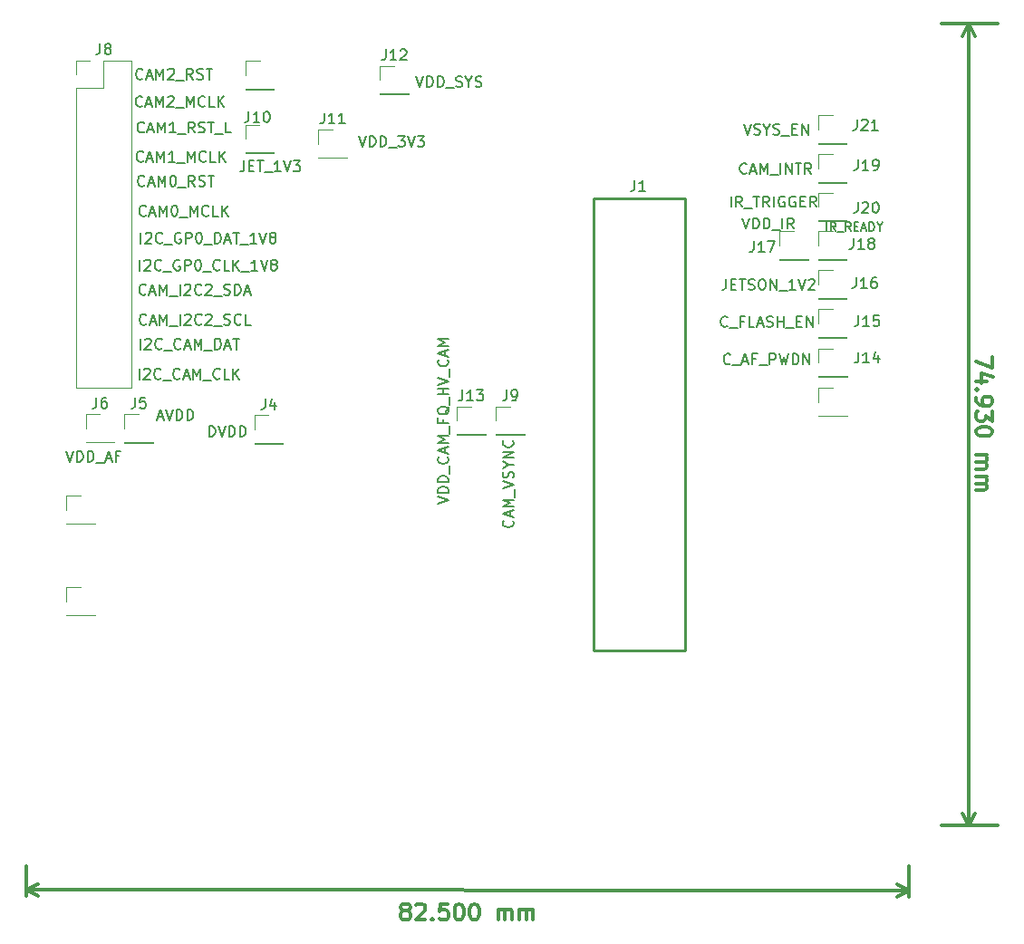
<source format=gto>
G04 #@! TF.GenerationSoftware,KiCad,Pcbnew,(5.1.10)-1*
G04 #@! TF.CreationDate,2021-11-02T10:29:17+02:00*
G04 #@! TF.ProjectId,Jetson_camera_interposer,4a657473-6f6e-45f6-9361-6d6572615f69,rev?*
G04 #@! TF.SameCoordinates,Original*
G04 #@! TF.FileFunction,Legend,Top*
G04 #@! TF.FilePolarity,Positive*
%FSLAX46Y46*%
G04 Gerber Fmt 4.6, Leading zero omitted, Abs format (unit mm)*
G04 Created by KiCad (PCBNEW (5.1.10)-1) date 2021-11-02 10:29:17*
%MOMM*%
%LPD*%
G01*
G04 APERTURE LIST*
%ADD10C,0.150000*%
%ADD11C,0.300000*%
%ADD12C,0.254000*%
%ADD13C,0.120000*%
%ADD14C,0.177800*%
G04 APERTURE END LIST*
D10*
X154715238Y-97777142D02*
X154667619Y-97824761D01*
X154524761Y-97872380D01*
X154429523Y-97872380D01*
X154286666Y-97824761D01*
X154191428Y-97729523D01*
X154143809Y-97634285D01*
X154096190Y-97443809D01*
X154096190Y-97300952D01*
X154143809Y-97110476D01*
X154191428Y-97015238D01*
X154286666Y-96920000D01*
X154429523Y-96872380D01*
X154524761Y-96872380D01*
X154667619Y-96920000D01*
X154715238Y-96967619D01*
X154905714Y-97967619D02*
X155667619Y-97967619D01*
X155858095Y-97586666D02*
X156334285Y-97586666D01*
X155762857Y-97872380D02*
X156096190Y-96872380D01*
X156429523Y-97872380D01*
X157096190Y-97348571D02*
X156762857Y-97348571D01*
X156762857Y-97872380D02*
X156762857Y-96872380D01*
X157239047Y-96872380D01*
X157381904Y-97967619D02*
X158143809Y-97967619D01*
X158381904Y-97872380D02*
X158381904Y-96872380D01*
X158762857Y-96872380D01*
X158858095Y-96920000D01*
X158905714Y-96967619D01*
X158953333Y-97062857D01*
X158953333Y-97205714D01*
X158905714Y-97300952D01*
X158858095Y-97348571D01*
X158762857Y-97396190D01*
X158381904Y-97396190D01*
X159286666Y-96872380D02*
X159524761Y-97872380D01*
X159715238Y-97158095D01*
X159905714Y-97872380D01*
X160143809Y-96872380D01*
X160524761Y-97872380D02*
X160524761Y-96872380D01*
X160762857Y-96872380D01*
X160905714Y-96920000D01*
X161000952Y-97015238D01*
X161048571Y-97110476D01*
X161096190Y-97300952D01*
X161096190Y-97443809D01*
X161048571Y-97634285D01*
X161000952Y-97729523D01*
X160905714Y-97824761D01*
X160762857Y-97872380D01*
X160524761Y-97872380D01*
X161524761Y-97872380D02*
X161524761Y-96872380D01*
X162096190Y-97872380D01*
X162096190Y-96872380D01*
X154429523Y-94277142D02*
X154381904Y-94324761D01*
X154239047Y-94372380D01*
X154143809Y-94372380D01*
X154000952Y-94324761D01*
X153905714Y-94229523D01*
X153858095Y-94134285D01*
X153810476Y-93943809D01*
X153810476Y-93800952D01*
X153858095Y-93610476D01*
X153905714Y-93515238D01*
X154000952Y-93420000D01*
X154143809Y-93372380D01*
X154239047Y-93372380D01*
X154381904Y-93420000D01*
X154429523Y-93467619D01*
X154620000Y-94467619D02*
X155381904Y-94467619D01*
X155953333Y-93848571D02*
X155620000Y-93848571D01*
X155620000Y-94372380D02*
X155620000Y-93372380D01*
X156096190Y-93372380D01*
X156953333Y-94372380D02*
X156477142Y-94372380D01*
X156477142Y-93372380D01*
X157239047Y-94086666D02*
X157715238Y-94086666D01*
X157143809Y-94372380D02*
X157477142Y-93372380D01*
X157810476Y-94372380D01*
X158096190Y-94324761D02*
X158239047Y-94372380D01*
X158477142Y-94372380D01*
X158572380Y-94324761D01*
X158620000Y-94277142D01*
X158667619Y-94181904D01*
X158667619Y-94086666D01*
X158620000Y-93991428D01*
X158572380Y-93943809D01*
X158477142Y-93896190D01*
X158286666Y-93848571D01*
X158191428Y-93800952D01*
X158143809Y-93753333D01*
X158096190Y-93658095D01*
X158096190Y-93562857D01*
X158143809Y-93467619D01*
X158191428Y-93420000D01*
X158286666Y-93372380D01*
X158524761Y-93372380D01*
X158667619Y-93420000D01*
X159096190Y-94372380D02*
X159096190Y-93372380D01*
X159096190Y-93848571D02*
X159667619Y-93848571D01*
X159667619Y-94372380D02*
X159667619Y-93372380D01*
X159905714Y-94467619D02*
X160667619Y-94467619D01*
X160905714Y-93848571D02*
X161239047Y-93848571D01*
X161381904Y-94372380D02*
X160905714Y-94372380D01*
X160905714Y-93372380D01*
X161381904Y-93372380D01*
X161810476Y-94372380D02*
X161810476Y-93372380D01*
X162381904Y-94372380D01*
X162381904Y-93372380D01*
X154303809Y-89902380D02*
X154303809Y-90616666D01*
X154256190Y-90759523D01*
X154160952Y-90854761D01*
X154018095Y-90902380D01*
X153922857Y-90902380D01*
X154780000Y-90378571D02*
X155113333Y-90378571D01*
X155256190Y-90902380D02*
X154780000Y-90902380D01*
X154780000Y-89902380D01*
X155256190Y-89902380D01*
X155541904Y-89902380D02*
X156113333Y-89902380D01*
X155827619Y-90902380D02*
X155827619Y-89902380D01*
X156399047Y-90854761D02*
X156541904Y-90902380D01*
X156780000Y-90902380D01*
X156875238Y-90854761D01*
X156922857Y-90807142D01*
X156970476Y-90711904D01*
X156970476Y-90616666D01*
X156922857Y-90521428D01*
X156875238Y-90473809D01*
X156780000Y-90426190D01*
X156589523Y-90378571D01*
X156494285Y-90330952D01*
X156446666Y-90283333D01*
X156399047Y-90188095D01*
X156399047Y-90092857D01*
X156446666Y-89997619D01*
X156494285Y-89950000D01*
X156589523Y-89902380D01*
X156827619Y-89902380D01*
X156970476Y-89950000D01*
X157589523Y-89902380D02*
X157780000Y-89902380D01*
X157875238Y-89950000D01*
X157970476Y-90045238D01*
X158018095Y-90235714D01*
X158018095Y-90569047D01*
X157970476Y-90759523D01*
X157875238Y-90854761D01*
X157780000Y-90902380D01*
X157589523Y-90902380D01*
X157494285Y-90854761D01*
X157399047Y-90759523D01*
X157351428Y-90569047D01*
X157351428Y-90235714D01*
X157399047Y-90045238D01*
X157494285Y-89950000D01*
X157589523Y-89902380D01*
X158446666Y-90902380D02*
X158446666Y-89902380D01*
X159018095Y-90902380D01*
X159018095Y-89902380D01*
X159256190Y-90997619D02*
X160018095Y-90997619D01*
X160780000Y-90902380D02*
X160208571Y-90902380D01*
X160494285Y-90902380D02*
X160494285Y-89902380D01*
X160399047Y-90045238D01*
X160303809Y-90140476D01*
X160208571Y-90188095D01*
X161065714Y-89902380D02*
X161399047Y-90902380D01*
X161732380Y-89902380D01*
X162018095Y-89997619D02*
X162065714Y-89950000D01*
X162160952Y-89902380D01*
X162399047Y-89902380D01*
X162494285Y-89950000D01*
X162541904Y-89997619D01*
X162589523Y-90092857D01*
X162589523Y-90188095D01*
X162541904Y-90330952D01*
X161970476Y-90902380D01*
X162589523Y-90902380D01*
X163707619Y-85401904D02*
X163707619Y-84601904D01*
X164545714Y-85401904D02*
X164279047Y-85020952D01*
X164088571Y-85401904D02*
X164088571Y-84601904D01*
X164393333Y-84601904D01*
X164469523Y-84640000D01*
X164507619Y-84678095D01*
X164545714Y-84754285D01*
X164545714Y-84868571D01*
X164507619Y-84944761D01*
X164469523Y-84982857D01*
X164393333Y-85020952D01*
X164088571Y-85020952D01*
X164698095Y-85478095D02*
X165307619Y-85478095D01*
X165955238Y-85401904D02*
X165688571Y-85020952D01*
X165498095Y-85401904D02*
X165498095Y-84601904D01*
X165802857Y-84601904D01*
X165879047Y-84640000D01*
X165917142Y-84678095D01*
X165955238Y-84754285D01*
X165955238Y-84868571D01*
X165917142Y-84944761D01*
X165879047Y-84982857D01*
X165802857Y-85020952D01*
X165498095Y-85020952D01*
X166298095Y-84982857D02*
X166564761Y-84982857D01*
X166679047Y-85401904D02*
X166298095Y-85401904D01*
X166298095Y-84601904D01*
X166679047Y-84601904D01*
X166983809Y-85173333D02*
X167364761Y-85173333D01*
X166907619Y-85401904D02*
X167174285Y-84601904D01*
X167440952Y-85401904D01*
X167707619Y-85401904D02*
X167707619Y-84601904D01*
X167898095Y-84601904D01*
X168012380Y-84640000D01*
X168088571Y-84716190D01*
X168126666Y-84792380D01*
X168164761Y-84944761D01*
X168164761Y-85059047D01*
X168126666Y-85211428D01*
X168088571Y-85287619D01*
X168012380Y-85363809D01*
X167898095Y-85401904D01*
X167707619Y-85401904D01*
X168660000Y-85020952D02*
X168660000Y-85401904D01*
X168393333Y-84601904D02*
X168660000Y-85020952D01*
X168926666Y-84601904D01*
X155817619Y-84192380D02*
X156150952Y-85192380D01*
X156484285Y-84192380D01*
X156817619Y-85192380D02*
X156817619Y-84192380D01*
X157055714Y-84192380D01*
X157198571Y-84240000D01*
X157293809Y-84335238D01*
X157341428Y-84430476D01*
X157389047Y-84620952D01*
X157389047Y-84763809D01*
X157341428Y-84954285D01*
X157293809Y-85049523D01*
X157198571Y-85144761D01*
X157055714Y-85192380D01*
X156817619Y-85192380D01*
X157817619Y-85192380D02*
X157817619Y-84192380D01*
X158055714Y-84192380D01*
X158198571Y-84240000D01*
X158293809Y-84335238D01*
X158341428Y-84430476D01*
X158389047Y-84620952D01*
X158389047Y-84763809D01*
X158341428Y-84954285D01*
X158293809Y-85049523D01*
X158198571Y-85144761D01*
X158055714Y-85192380D01*
X157817619Y-85192380D01*
X158579523Y-85287619D02*
X159341428Y-85287619D01*
X159579523Y-85192380D02*
X159579523Y-84192380D01*
X160627142Y-85192380D02*
X160293809Y-84716190D01*
X160055714Y-85192380D02*
X160055714Y-84192380D01*
X160436666Y-84192380D01*
X160531904Y-84240000D01*
X160579523Y-84287619D01*
X160627142Y-84382857D01*
X160627142Y-84525714D01*
X160579523Y-84620952D01*
X160531904Y-84668571D01*
X160436666Y-84716190D01*
X160055714Y-84716190D01*
X154767619Y-83162380D02*
X154767619Y-82162380D01*
X155815238Y-83162380D02*
X155481904Y-82686190D01*
X155243809Y-83162380D02*
X155243809Y-82162380D01*
X155624761Y-82162380D01*
X155720000Y-82210000D01*
X155767619Y-82257619D01*
X155815238Y-82352857D01*
X155815238Y-82495714D01*
X155767619Y-82590952D01*
X155720000Y-82638571D01*
X155624761Y-82686190D01*
X155243809Y-82686190D01*
X156005714Y-83257619D02*
X156767619Y-83257619D01*
X156862857Y-82162380D02*
X157434285Y-82162380D01*
X157148571Y-83162380D02*
X157148571Y-82162380D01*
X158339047Y-83162380D02*
X158005714Y-82686190D01*
X157767619Y-83162380D02*
X157767619Y-82162380D01*
X158148571Y-82162380D01*
X158243809Y-82210000D01*
X158291428Y-82257619D01*
X158339047Y-82352857D01*
X158339047Y-82495714D01*
X158291428Y-82590952D01*
X158243809Y-82638571D01*
X158148571Y-82686190D01*
X157767619Y-82686190D01*
X158767619Y-83162380D02*
X158767619Y-82162380D01*
X159767619Y-82210000D02*
X159672380Y-82162380D01*
X159529523Y-82162380D01*
X159386666Y-82210000D01*
X159291428Y-82305238D01*
X159243809Y-82400476D01*
X159196190Y-82590952D01*
X159196190Y-82733809D01*
X159243809Y-82924285D01*
X159291428Y-83019523D01*
X159386666Y-83114761D01*
X159529523Y-83162380D01*
X159624761Y-83162380D01*
X159767619Y-83114761D01*
X159815238Y-83067142D01*
X159815238Y-82733809D01*
X159624761Y-82733809D01*
X160767619Y-82210000D02*
X160672380Y-82162380D01*
X160529523Y-82162380D01*
X160386666Y-82210000D01*
X160291428Y-82305238D01*
X160243809Y-82400476D01*
X160196190Y-82590952D01*
X160196190Y-82733809D01*
X160243809Y-82924285D01*
X160291428Y-83019523D01*
X160386666Y-83114761D01*
X160529523Y-83162380D01*
X160624761Y-83162380D01*
X160767619Y-83114761D01*
X160815238Y-83067142D01*
X160815238Y-82733809D01*
X160624761Y-82733809D01*
X161243809Y-82638571D02*
X161577142Y-82638571D01*
X161720000Y-83162380D02*
X161243809Y-83162380D01*
X161243809Y-82162380D01*
X161720000Y-82162380D01*
X162720000Y-83162380D02*
X162386666Y-82686190D01*
X162148571Y-83162380D02*
X162148571Y-82162380D01*
X162529523Y-82162380D01*
X162624761Y-82210000D01*
X162672380Y-82257619D01*
X162720000Y-82352857D01*
X162720000Y-82495714D01*
X162672380Y-82590952D01*
X162624761Y-82638571D01*
X162529523Y-82686190D01*
X162148571Y-82686190D01*
X156215714Y-79977142D02*
X156168095Y-80024761D01*
X156025238Y-80072380D01*
X155930000Y-80072380D01*
X155787142Y-80024761D01*
X155691904Y-79929523D01*
X155644285Y-79834285D01*
X155596666Y-79643809D01*
X155596666Y-79500952D01*
X155644285Y-79310476D01*
X155691904Y-79215238D01*
X155787142Y-79120000D01*
X155930000Y-79072380D01*
X156025238Y-79072380D01*
X156168095Y-79120000D01*
X156215714Y-79167619D01*
X156596666Y-79786666D02*
X157072857Y-79786666D01*
X156501428Y-80072380D02*
X156834761Y-79072380D01*
X157168095Y-80072380D01*
X157501428Y-80072380D02*
X157501428Y-79072380D01*
X157834761Y-79786666D01*
X158168095Y-79072380D01*
X158168095Y-80072380D01*
X158406190Y-80167619D02*
X159168095Y-80167619D01*
X159406190Y-80072380D02*
X159406190Y-79072380D01*
X159882380Y-80072380D02*
X159882380Y-79072380D01*
X160453809Y-80072380D01*
X160453809Y-79072380D01*
X160787142Y-79072380D02*
X161358571Y-79072380D01*
X161072857Y-80072380D02*
X161072857Y-79072380D01*
X162263333Y-80072380D02*
X161930000Y-79596190D01*
X161691904Y-80072380D02*
X161691904Y-79072380D01*
X162072857Y-79072380D01*
X162168095Y-79120000D01*
X162215714Y-79167619D01*
X162263333Y-79262857D01*
X162263333Y-79405714D01*
X162215714Y-79500952D01*
X162168095Y-79548571D01*
X162072857Y-79596190D01*
X161691904Y-79596190D01*
X155968571Y-75402380D02*
X156301904Y-76402380D01*
X156635238Y-75402380D01*
X156920952Y-76354761D02*
X157063809Y-76402380D01*
X157301904Y-76402380D01*
X157397142Y-76354761D01*
X157444761Y-76307142D01*
X157492380Y-76211904D01*
X157492380Y-76116666D01*
X157444761Y-76021428D01*
X157397142Y-75973809D01*
X157301904Y-75926190D01*
X157111428Y-75878571D01*
X157016190Y-75830952D01*
X156968571Y-75783333D01*
X156920952Y-75688095D01*
X156920952Y-75592857D01*
X156968571Y-75497619D01*
X157016190Y-75450000D01*
X157111428Y-75402380D01*
X157349523Y-75402380D01*
X157492380Y-75450000D01*
X158111428Y-75926190D02*
X158111428Y-76402380D01*
X157778095Y-75402380D02*
X158111428Y-75926190D01*
X158444761Y-75402380D01*
X158730476Y-76354761D02*
X158873333Y-76402380D01*
X159111428Y-76402380D01*
X159206666Y-76354761D01*
X159254285Y-76307142D01*
X159301904Y-76211904D01*
X159301904Y-76116666D01*
X159254285Y-76021428D01*
X159206666Y-75973809D01*
X159111428Y-75926190D01*
X158920952Y-75878571D01*
X158825714Y-75830952D01*
X158778095Y-75783333D01*
X158730476Y-75688095D01*
X158730476Y-75592857D01*
X158778095Y-75497619D01*
X158825714Y-75450000D01*
X158920952Y-75402380D01*
X159159047Y-75402380D01*
X159301904Y-75450000D01*
X159492380Y-76497619D02*
X160254285Y-76497619D01*
X160492380Y-75878571D02*
X160825714Y-75878571D01*
X160968571Y-76402380D02*
X160492380Y-76402380D01*
X160492380Y-75402380D01*
X160968571Y-75402380D01*
X161397142Y-76402380D02*
X161397142Y-75402380D01*
X161968571Y-76402380D01*
X161968571Y-75402380D01*
X134357142Y-112468571D02*
X134404761Y-112516190D01*
X134452380Y-112659047D01*
X134452380Y-112754285D01*
X134404761Y-112897142D01*
X134309523Y-112992380D01*
X134214285Y-113040000D01*
X134023809Y-113087619D01*
X133880952Y-113087619D01*
X133690476Y-113040000D01*
X133595238Y-112992380D01*
X133500000Y-112897142D01*
X133452380Y-112754285D01*
X133452380Y-112659047D01*
X133500000Y-112516190D01*
X133547619Y-112468571D01*
X134166666Y-112087619D02*
X134166666Y-111611428D01*
X134452380Y-112182857D02*
X133452380Y-111849523D01*
X134452380Y-111516190D01*
X134452380Y-111182857D02*
X133452380Y-111182857D01*
X134166666Y-110849523D01*
X133452380Y-110516190D01*
X134452380Y-110516190D01*
X134547619Y-110278095D02*
X134547619Y-109516190D01*
X133452380Y-109420952D02*
X134452380Y-109087619D01*
X133452380Y-108754285D01*
X134404761Y-108468571D02*
X134452380Y-108325714D01*
X134452380Y-108087619D01*
X134404761Y-107992380D01*
X134357142Y-107944761D01*
X134261904Y-107897142D01*
X134166666Y-107897142D01*
X134071428Y-107944761D01*
X134023809Y-107992380D01*
X133976190Y-108087619D01*
X133928571Y-108278095D01*
X133880952Y-108373333D01*
X133833333Y-108420952D01*
X133738095Y-108468571D01*
X133642857Y-108468571D01*
X133547619Y-108420952D01*
X133500000Y-108373333D01*
X133452380Y-108278095D01*
X133452380Y-108040000D01*
X133500000Y-107897142D01*
X133976190Y-107278095D02*
X134452380Y-107278095D01*
X133452380Y-107611428D02*
X133976190Y-107278095D01*
X133452380Y-106944761D01*
X134452380Y-106611428D02*
X133452380Y-106611428D01*
X134452380Y-106040000D01*
X133452380Y-106040000D01*
X134357142Y-104992380D02*
X134404761Y-105040000D01*
X134452380Y-105182857D01*
X134452380Y-105278095D01*
X134404761Y-105420952D01*
X134309523Y-105516190D01*
X134214285Y-105563809D01*
X134023809Y-105611428D01*
X133880952Y-105611428D01*
X133690476Y-105563809D01*
X133595238Y-105516190D01*
X133500000Y-105420952D01*
X133452380Y-105278095D01*
X133452380Y-105182857D01*
X133500000Y-105040000D01*
X133547619Y-104992380D01*
X127362380Y-110861904D02*
X128362380Y-110528571D01*
X127362380Y-110195238D01*
X128362380Y-109861904D02*
X127362380Y-109861904D01*
X127362380Y-109623809D01*
X127410000Y-109480952D01*
X127505238Y-109385714D01*
X127600476Y-109338095D01*
X127790952Y-109290476D01*
X127933809Y-109290476D01*
X128124285Y-109338095D01*
X128219523Y-109385714D01*
X128314761Y-109480952D01*
X128362380Y-109623809D01*
X128362380Y-109861904D01*
X128362380Y-108861904D02*
X127362380Y-108861904D01*
X127362380Y-108623809D01*
X127410000Y-108480952D01*
X127505238Y-108385714D01*
X127600476Y-108338095D01*
X127790952Y-108290476D01*
X127933809Y-108290476D01*
X128124285Y-108338095D01*
X128219523Y-108385714D01*
X128314761Y-108480952D01*
X128362380Y-108623809D01*
X128362380Y-108861904D01*
X128457619Y-108100000D02*
X128457619Y-107338095D01*
X128267142Y-106528571D02*
X128314761Y-106576190D01*
X128362380Y-106719047D01*
X128362380Y-106814285D01*
X128314761Y-106957142D01*
X128219523Y-107052380D01*
X128124285Y-107100000D01*
X127933809Y-107147619D01*
X127790952Y-107147619D01*
X127600476Y-107100000D01*
X127505238Y-107052380D01*
X127410000Y-106957142D01*
X127362380Y-106814285D01*
X127362380Y-106719047D01*
X127410000Y-106576190D01*
X127457619Y-106528571D01*
X128076666Y-106147619D02*
X128076666Y-105671428D01*
X128362380Y-106242857D02*
X127362380Y-105909523D01*
X128362380Y-105576190D01*
X128362380Y-105242857D02*
X127362380Y-105242857D01*
X128076666Y-104909523D01*
X127362380Y-104576190D01*
X128362380Y-104576190D01*
X128457619Y-104338095D02*
X128457619Y-103576190D01*
X127838571Y-103004761D02*
X127838571Y-103338095D01*
X128362380Y-103338095D02*
X127362380Y-103338095D01*
X127362380Y-102861904D01*
X128457619Y-101814285D02*
X128410000Y-101909523D01*
X128314761Y-102004761D01*
X128171904Y-102147619D01*
X128124285Y-102242857D01*
X128124285Y-102338095D01*
X128362380Y-102290476D02*
X128314761Y-102385714D01*
X128219523Y-102480952D01*
X128029047Y-102528571D01*
X127695714Y-102528571D01*
X127505238Y-102480952D01*
X127410000Y-102385714D01*
X127362380Y-102290476D01*
X127362380Y-102100000D01*
X127410000Y-102004761D01*
X127505238Y-101909523D01*
X127695714Y-101861904D01*
X128029047Y-101861904D01*
X128219523Y-101909523D01*
X128314761Y-102004761D01*
X128362380Y-102100000D01*
X128362380Y-102290476D01*
X128457619Y-101671428D02*
X128457619Y-100909523D01*
X128362380Y-100671428D02*
X127362380Y-100671428D01*
X127838571Y-100671428D02*
X127838571Y-100100000D01*
X128362380Y-100100000D02*
X127362380Y-100100000D01*
X127362380Y-99766666D02*
X128362380Y-99433333D01*
X127362380Y-99100000D01*
X128457619Y-99004761D02*
X128457619Y-98242857D01*
X128267142Y-97433333D02*
X128314761Y-97480952D01*
X128362380Y-97623809D01*
X128362380Y-97719047D01*
X128314761Y-97861904D01*
X128219523Y-97957142D01*
X128124285Y-98004761D01*
X127933809Y-98052380D01*
X127790952Y-98052380D01*
X127600476Y-98004761D01*
X127505238Y-97957142D01*
X127410000Y-97861904D01*
X127362380Y-97719047D01*
X127362380Y-97623809D01*
X127410000Y-97480952D01*
X127457619Y-97433333D01*
X128076666Y-97052380D02*
X128076666Y-96576190D01*
X128362380Y-97147619D02*
X127362380Y-96814285D01*
X128362380Y-96480952D01*
X128362380Y-96147619D02*
X127362380Y-96147619D01*
X128076666Y-95814285D01*
X127362380Y-95480952D01*
X128362380Y-95480952D01*
X109267619Y-78842380D02*
X109267619Y-79556666D01*
X109220000Y-79699523D01*
X109124761Y-79794761D01*
X108981904Y-79842380D01*
X108886666Y-79842380D01*
X109743809Y-79318571D02*
X110077142Y-79318571D01*
X110220000Y-79842380D02*
X109743809Y-79842380D01*
X109743809Y-78842380D01*
X110220000Y-78842380D01*
X110505714Y-78842380D02*
X111077142Y-78842380D01*
X110791428Y-79842380D02*
X110791428Y-78842380D01*
X111172380Y-79937619D02*
X111934285Y-79937619D01*
X112696190Y-79842380D02*
X112124761Y-79842380D01*
X112410476Y-79842380D02*
X112410476Y-78842380D01*
X112315238Y-78985238D01*
X112220000Y-79080476D01*
X112124761Y-79128095D01*
X112981904Y-78842380D02*
X113315238Y-79842380D01*
X113648571Y-78842380D01*
X113886666Y-78842380D02*
X114505714Y-78842380D01*
X114172380Y-79223333D01*
X114315238Y-79223333D01*
X114410476Y-79270952D01*
X114458095Y-79318571D01*
X114505714Y-79413809D01*
X114505714Y-79651904D01*
X114458095Y-79747142D01*
X114410476Y-79794761D01*
X114315238Y-79842380D01*
X114029523Y-79842380D01*
X113934285Y-79794761D01*
X113886666Y-79747142D01*
X119994761Y-76532380D02*
X120328095Y-77532380D01*
X120661428Y-76532380D01*
X120994761Y-77532380D02*
X120994761Y-76532380D01*
X121232857Y-76532380D01*
X121375714Y-76580000D01*
X121470952Y-76675238D01*
X121518571Y-76770476D01*
X121566190Y-76960952D01*
X121566190Y-77103809D01*
X121518571Y-77294285D01*
X121470952Y-77389523D01*
X121375714Y-77484761D01*
X121232857Y-77532380D01*
X120994761Y-77532380D01*
X121994761Y-77532380D02*
X121994761Y-76532380D01*
X122232857Y-76532380D01*
X122375714Y-76580000D01*
X122470952Y-76675238D01*
X122518571Y-76770476D01*
X122566190Y-76960952D01*
X122566190Y-77103809D01*
X122518571Y-77294285D01*
X122470952Y-77389523D01*
X122375714Y-77484761D01*
X122232857Y-77532380D01*
X121994761Y-77532380D01*
X122756666Y-77627619D02*
X123518571Y-77627619D01*
X123661428Y-76532380D02*
X124280476Y-76532380D01*
X123947142Y-76913333D01*
X124090000Y-76913333D01*
X124185238Y-76960952D01*
X124232857Y-77008571D01*
X124280476Y-77103809D01*
X124280476Y-77341904D01*
X124232857Y-77437142D01*
X124185238Y-77484761D01*
X124090000Y-77532380D01*
X123804285Y-77532380D01*
X123709047Y-77484761D01*
X123661428Y-77437142D01*
X124566190Y-76532380D02*
X124899523Y-77532380D01*
X125232857Y-76532380D01*
X125470952Y-76532380D02*
X126090000Y-76532380D01*
X125756666Y-76913333D01*
X125899523Y-76913333D01*
X125994761Y-76960952D01*
X126042380Y-77008571D01*
X126090000Y-77103809D01*
X126090000Y-77341904D01*
X126042380Y-77437142D01*
X125994761Y-77484761D01*
X125899523Y-77532380D01*
X125613809Y-77532380D01*
X125518571Y-77484761D01*
X125470952Y-77437142D01*
X125374761Y-70942380D02*
X125708095Y-71942380D01*
X126041428Y-70942380D01*
X126374761Y-71942380D02*
X126374761Y-70942380D01*
X126612857Y-70942380D01*
X126755714Y-70990000D01*
X126850952Y-71085238D01*
X126898571Y-71180476D01*
X126946190Y-71370952D01*
X126946190Y-71513809D01*
X126898571Y-71704285D01*
X126850952Y-71799523D01*
X126755714Y-71894761D01*
X126612857Y-71942380D01*
X126374761Y-71942380D01*
X127374761Y-71942380D02*
X127374761Y-70942380D01*
X127612857Y-70942380D01*
X127755714Y-70990000D01*
X127850952Y-71085238D01*
X127898571Y-71180476D01*
X127946190Y-71370952D01*
X127946190Y-71513809D01*
X127898571Y-71704285D01*
X127850952Y-71799523D01*
X127755714Y-71894761D01*
X127612857Y-71942380D01*
X127374761Y-71942380D01*
X128136666Y-72037619D02*
X128898571Y-72037619D01*
X129089047Y-71894761D02*
X129231904Y-71942380D01*
X129470000Y-71942380D01*
X129565238Y-71894761D01*
X129612857Y-71847142D01*
X129660476Y-71751904D01*
X129660476Y-71656666D01*
X129612857Y-71561428D01*
X129565238Y-71513809D01*
X129470000Y-71466190D01*
X129279523Y-71418571D01*
X129184285Y-71370952D01*
X129136666Y-71323333D01*
X129089047Y-71228095D01*
X129089047Y-71132857D01*
X129136666Y-71037619D01*
X129184285Y-70990000D01*
X129279523Y-70942380D01*
X129517619Y-70942380D01*
X129660476Y-70990000D01*
X130279523Y-71466190D02*
X130279523Y-71942380D01*
X129946190Y-70942380D02*
X130279523Y-71466190D01*
X130612857Y-70942380D01*
X130898571Y-71894761D02*
X131041428Y-71942380D01*
X131279523Y-71942380D01*
X131374761Y-71894761D01*
X131422380Y-71847142D01*
X131470000Y-71751904D01*
X131470000Y-71656666D01*
X131422380Y-71561428D01*
X131374761Y-71513809D01*
X131279523Y-71466190D01*
X131089047Y-71418571D01*
X130993809Y-71370952D01*
X130946190Y-71323333D01*
X130898571Y-71228095D01*
X130898571Y-71132857D01*
X130946190Y-71037619D01*
X130993809Y-70990000D01*
X131089047Y-70942380D01*
X131327142Y-70942380D01*
X131470000Y-70990000D01*
X106009523Y-104612380D02*
X106009523Y-103612380D01*
X106247619Y-103612380D01*
X106390476Y-103660000D01*
X106485714Y-103755238D01*
X106533333Y-103850476D01*
X106580952Y-104040952D01*
X106580952Y-104183809D01*
X106533333Y-104374285D01*
X106485714Y-104469523D01*
X106390476Y-104564761D01*
X106247619Y-104612380D01*
X106009523Y-104612380D01*
X106866666Y-103612380D02*
X107200000Y-104612380D01*
X107533333Y-103612380D01*
X107866666Y-104612380D02*
X107866666Y-103612380D01*
X108104761Y-103612380D01*
X108247619Y-103660000D01*
X108342857Y-103755238D01*
X108390476Y-103850476D01*
X108438095Y-104040952D01*
X108438095Y-104183809D01*
X108390476Y-104374285D01*
X108342857Y-104469523D01*
X108247619Y-104564761D01*
X108104761Y-104612380D01*
X107866666Y-104612380D01*
X108866666Y-104612380D02*
X108866666Y-103612380D01*
X109104761Y-103612380D01*
X109247619Y-103660000D01*
X109342857Y-103755238D01*
X109390476Y-103850476D01*
X109438095Y-104040952D01*
X109438095Y-104183809D01*
X109390476Y-104374285D01*
X109342857Y-104469523D01*
X109247619Y-104564761D01*
X109104761Y-104612380D01*
X108866666Y-104612380D01*
X92648571Y-105962380D02*
X92981904Y-106962380D01*
X93315238Y-105962380D01*
X93648571Y-106962380D02*
X93648571Y-105962380D01*
X93886666Y-105962380D01*
X94029523Y-106010000D01*
X94124761Y-106105238D01*
X94172380Y-106200476D01*
X94220000Y-106390952D01*
X94220000Y-106533809D01*
X94172380Y-106724285D01*
X94124761Y-106819523D01*
X94029523Y-106914761D01*
X93886666Y-106962380D01*
X93648571Y-106962380D01*
X94648571Y-106962380D02*
X94648571Y-105962380D01*
X94886666Y-105962380D01*
X95029523Y-106010000D01*
X95124761Y-106105238D01*
X95172380Y-106200476D01*
X95220000Y-106390952D01*
X95220000Y-106533809D01*
X95172380Y-106724285D01*
X95124761Y-106819523D01*
X95029523Y-106914761D01*
X94886666Y-106962380D01*
X94648571Y-106962380D01*
X95410476Y-107057619D02*
X96172380Y-107057619D01*
X96362857Y-106676666D02*
X96839047Y-106676666D01*
X96267619Y-106962380D02*
X96600952Y-105962380D01*
X96934285Y-106962380D01*
X97600952Y-106438571D02*
X97267619Y-106438571D01*
X97267619Y-106962380D02*
X97267619Y-105962380D01*
X97743809Y-105962380D01*
X101193333Y-102796666D02*
X101669523Y-102796666D01*
X101098095Y-103082380D02*
X101431428Y-102082380D01*
X101764761Y-103082380D01*
X101955238Y-102082380D02*
X102288571Y-103082380D01*
X102621904Y-102082380D01*
X102955238Y-103082380D02*
X102955238Y-102082380D01*
X103193333Y-102082380D01*
X103336190Y-102130000D01*
X103431428Y-102225238D01*
X103479047Y-102320476D01*
X103526666Y-102510952D01*
X103526666Y-102653809D01*
X103479047Y-102844285D01*
X103431428Y-102939523D01*
X103336190Y-103034761D01*
X103193333Y-103082380D01*
X102955238Y-103082380D01*
X103955238Y-103082380D02*
X103955238Y-102082380D01*
X104193333Y-102082380D01*
X104336190Y-102130000D01*
X104431428Y-102225238D01*
X104479047Y-102320476D01*
X104526666Y-102510952D01*
X104526666Y-102653809D01*
X104479047Y-102844285D01*
X104431428Y-102939523D01*
X104336190Y-103034761D01*
X104193333Y-103082380D01*
X103955238Y-103082380D01*
X99497142Y-99258380D02*
X99497142Y-98258380D01*
X99925714Y-98353619D02*
X99973333Y-98306000D01*
X100068571Y-98258380D01*
X100306666Y-98258380D01*
X100401904Y-98306000D01*
X100449523Y-98353619D01*
X100497142Y-98448857D01*
X100497142Y-98544095D01*
X100449523Y-98686952D01*
X99878095Y-99258380D01*
X100497142Y-99258380D01*
X101497142Y-99163142D02*
X101449523Y-99210761D01*
X101306666Y-99258380D01*
X101211428Y-99258380D01*
X101068571Y-99210761D01*
X100973333Y-99115523D01*
X100925714Y-99020285D01*
X100878095Y-98829809D01*
X100878095Y-98686952D01*
X100925714Y-98496476D01*
X100973333Y-98401238D01*
X101068571Y-98306000D01*
X101211428Y-98258380D01*
X101306666Y-98258380D01*
X101449523Y-98306000D01*
X101497142Y-98353619D01*
X101687619Y-99353619D02*
X102449523Y-99353619D01*
X103259047Y-99163142D02*
X103211428Y-99210761D01*
X103068571Y-99258380D01*
X102973333Y-99258380D01*
X102830476Y-99210761D01*
X102735238Y-99115523D01*
X102687619Y-99020285D01*
X102640000Y-98829809D01*
X102640000Y-98686952D01*
X102687619Y-98496476D01*
X102735238Y-98401238D01*
X102830476Y-98306000D01*
X102973333Y-98258380D01*
X103068571Y-98258380D01*
X103211428Y-98306000D01*
X103259047Y-98353619D01*
X103640000Y-98972666D02*
X104116190Y-98972666D01*
X103544761Y-99258380D02*
X103878095Y-98258380D01*
X104211428Y-99258380D01*
X104544761Y-99258380D02*
X104544761Y-98258380D01*
X104878095Y-98972666D01*
X105211428Y-98258380D01*
X105211428Y-99258380D01*
X105449523Y-99353619D02*
X106211428Y-99353619D01*
X107020952Y-99163142D02*
X106973333Y-99210761D01*
X106830476Y-99258380D01*
X106735238Y-99258380D01*
X106592380Y-99210761D01*
X106497142Y-99115523D01*
X106449523Y-99020285D01*
X106401904Y-98829809D01*
X106401904Y-98686952D01*
X106449523Y-98496476D01*
X106497142Y-98401238D01*
X106592380Y-98306000D01*
X106735238Y-98258380D01*
X106830476Y-98258380D01*
X106973333Y-98306000D01*
X107020952Y-98353619D01*
X107925714Y-99258380D02*
X107449523Y-99258380D01*
X107449523Y-98258380D01*
X108259047Y-99258380D02*
X108259047Y-98258380D01*
X108830476Y-99258380D02*
X108401904Y-98686952D01*
X108830476Y-98258380D02*
X108259047Y-98829809D01*
X99592380Y-96464380D02*
X99592380Y-95464380D01*
X100020952Y-95559619D02*
X100068571Y-95512000D01*
X100163809Y-95464380D01*
X100401904Y-95464380D01*
X100497142Y-95512000D01*
X100544761Y-95559619D01*
X100592380Y-95654857D01*
X100592380Y-95750095D01*
X100544761Y-95892952D01*
X99973333Y-96464380D01*
X100592380Y-96464380D01*
X101592380Y-96369142D02*
X101544761Y-96416761D01*
X101401904Y-96464380D01*
X101306666Y-96464380D01*
X101163809Y-96416761D01*
X101068571Y-96321523D01*
X101020952Y-96226285D01*
X100973333Y-96035809D01*
X100973333Y-95892952D01*
X101020952Y-95702476D01*
X101068571Y-95607238D01*
X101163809Y-95512000D01*
X101306666Y-95464380D01*
X101401904Y-95464380D01*
X101544761Y-95512000D01*
X101592380Y-95559619D01*
X101782857Y-96559619D02*
X102544761Y-96559619D01*
X103354285Y-96369142D02*
X103306666Y-96416761D01*
X103163809Y-96464380D01*
X103068571Y-96464380D01*
X102925714Y-96416761D01*
X102830476Y-96321523D01*
X102782857Y-96226285D01*
X102735238Y-96035809D01*
X102735238Y-95892952D01*
X102782857Y-95702476D01*
X102830476Y-95607238D01*
X102925714Y-95512000D01*
X103068571Y-95464380D01*
X103163809Y-95464380D01*
X103306666Y-95512000D01*
X103354285Y-95559619D01*
X103735238Y-96178666D02*
X104211428Y-96178666D01*
X103640000Y-96464380D02*
X103973333Y-95464380D01*
X104306666Y-96464380D01*
X104640000Y-96464380D02*
X104640000Y-95464380D01*
X104973333Y-96178666D01*
X105306666Y-95464380D01*
X105306666Y-96464380D01*
X105544761Y-96559619D02*
X106306666Y-96559619D01*
X106544761Y-96464380D02*
X106544761Y-95464380D01*
X106782857Y-95464380D01*
X106925714Y-95512000D01*
X107020952Y-95607238D01*
X107068571Y-95702476D01*
X107116190Y-95892952D01*
X107116190Y-96035809D01*
X107068571Y-96226285D01*
X107020952Y-96321523D01*
X106925714Y-96416761D01*
X106782857Y-96464380D01*
X106544761Y-96464380D01*
X107497142Y-96178666D02*
X107973333Y-96178666D01*
X107401904Y-96464380D02*
X107735238Y-95464380D01*
X108068571Y-96464380D01*
X108259047Y-95464380D02*
X108830476Y-95464380D01*
X108544761Y-96464380D02*
X108544761Y-95464380D01*
X100124190Y-94083142D02*
X100076571Y-94130761D01*
X99933714Y-94178380D01*
X99838476Y-94178380D01*
X99695619Y-94130761D01*
X99600380Y-94035523D01*
X99552761Y-93940285D01*
X99505142Y-93749809D01*
X99505142Y-93606952D01*
X99552761Y-93416476D01*
X99600380Y-93321238D01*
X99695619Y-93226000D01*
X99838476Y-93178380D01*
X99933714Y-93178380D01*
X100076571Y-93226000D01*
X100124190Y-93273619D01*
X100505142Y-93892666D02*
X100981333Y-93892666D01*
X100409904Y-94178380D02*
X100743238Y-93178380D01*
X101076571Y-94178380D01*
X101409904Y-94178380D02*
X101409904Y-93178380D01*
X101743238Y-93892666D01*
X102076571Y-93178380D01*
X102076571Y-94178380D01*
X102314666Y-94273619D02*
X103076571Y-94273619D01*
X103314666Y-94178380D02*
X103314666Y-93178380D01*
X103743238Y-93273619D02*
X103790857Y-93226000D01*
X103886095Y-93178380D01*
X104124190Y-93178380D01*
X104219428Y-93226000D01*
X104267047Y-93273619D01*
X104314666Y-93368857D01*
X104314666Y-93464095D01*
X104267047Y-93606952D01*
X103695619Y-94178380D01*
X104314666Y-94178380D01*
X105314666Y-94083142D02*
X105267047Y-94130761D01*
X105124190Y-94178380D01*
X105028952Y-94178380D01*
X104886095Y-94130761D01*
X104790857Y-94035523D01*
X104743238Y-93940285D01*
X104695619Y-93749809D01*
X104695619Y-93606952D01*
X104743238Y-93416476D01*
X104790857Y-93321238D01*
X104886095Y-93226000D01*
X105028952Y-93178380D01*
X105124190Y-93178380D01*
X105267047Y-93226000D01*
X105314666Y-93273619D01*
X105695619Y-93273619D02*
X105743238Y-93226000D01*
X105838476Y-93178380D01*
X106076571Y-93178380D01*
X106171809Y-93226000D01*
X106219428Y-93273619D01*
X106267047Y-93368857D01*
X106267047Y-93464095D01*
X106219428Y-93606952D01*
X105648000Y-94178380D01*
X106267047Y-94178380D01*
X106457523Y-94273619D02*
X107219428Y-94273619D01*
X107409904Y-94130761D02*
X107552761Y-94178380D01*
X107790857Y-94178380D01*
X107886095Y-94130761D01*
X107933714Y-94083142D01*
X107981333Y-93987904D01*
X107981333Y-93892666D01*
X107933714Y-93797428D01*
X107886095Y-93749809D01*
X107790857Y-93702190D01*
X107600380Y-93654571D01*
X107505142Y-93606952D01*
X107457523Y-93559333D01*
X107409904Y-93464095D01*
X107409904Y-93368857D01*
X107457523Y-93273619D01*
X107505142Y-93226000D01*
X107600380Y-93178380D01*
X107838476Y-93178380D01*
X107981333Y-93226000D01*
X108981333Y-94083142D02*
X108933714Y-94130761D01*
X108790857Y-94178380D01*
X108695619Y-94178380D01*
X108552761Y-94130761D01*
X108457523Y-94035523D01*
X108409904Y-93940285D01*
X108362285Y-93749809D01*
X108362285Y-93606952D01*
X108409904Y-93416476D01*
X108457523Y-93321238D01*
X108552761Y-93226000D01*
X108695619Y-93178380D01*
X108790857Y-93178380D01*
X108933714Y-93226000D01*
X108981333Y-93273619D01*
X109886095Y-94178380D02*
X109409904Y-94178380D01*
X109409904Y-93178380D01*
X100100380Y-91289142D02*
X100052761Y-91336761D01*
X99909904Y-91384380D01*
X99814666Y-91384380D01*
X99671809Y-91336761D01*
X99576571Y-91241523D01*
X99528952Y-91146285D01*
X99481333Y-90955809D01*
X99481333Y-90812952D01*
X99528952Y-90622476D01*
X99576571Y-90527238D01*
X99671809Y-90432000D01*
X99814666Y-90384380D01*
X99909904Y-90384380D01*
X100052761Y-90432000D01*
X100100380Y-90479619D01*
X100481333Y-91098666D02*
X100957523Y-91098666D01*
X100386095Y-91384380D02*
X100719428Y-90384380D01*
X101052761Y-91384380D01*
X101386095Y-91384380D02*
X101386095Y-90384380D01*
X101719428Y-91098666D01*
X102052761Y-90384380D01*
X102052761Y-91384380D01*
X102290857Y-91479619D02*
X103052761Y-91479619D01*
X103290857Y-91384380D02*
X103290857Y-90384380D01*
X103719428Y-90479619D02*
X103767047Y-90432000D01*
X103862285Y-90384380D01*
X104100380Y-90384380D01*
X104195619Y-90432000D01*
X104243238Y-90479619D01*
X104290857Y-90574857D01*
X104290857Y-90670095D01*
X104243238Y-90812952D01*
X103671809Y-91384380D01*
X104290857Y-91384380D01*
X105290857Y-91289142D02*
X105243238Y-91336761D01*
X105100380Y-91384380D01*
X105005142Y-91384380D01*
X104862285Y-91336761D01*
X104767047Y-91241523D01*
X104719428Y-91146285D01*
X104671809Y-90955809D01*
X104671809Y-90812952D01*
X104719428Y-90622476D01*
X104767047Y-90527238D01*
X104862285Y-90432000D01*
X105005142Y-90384380D01*
X105100380Y-90384380D01*
X105243238Y-90432000D01*
X105290857Y-90479619D01*
X105671809Y-90479619D02*
X105719428Y-90432000D01*
X105814666Y-90384380D01*
X106052761Y-90384380D01*
X106148000Y-90432000D01*
X106195619Y-90479619D01*
X106243238Y-90574857D01*
X106243238Y-90670095D01*
X106195619Y-90812952D01*
X105624190Y-91384380D01*
X106243238Y-91384380D01*
X106433714Y-91479619D02*
X107195619Y-91479619D01*
X107386095Y-91336761D02*
X107528952Y-91384380D01*
X107767047Y-91384380D01*
X107862285Y-91336761D01*
X107909904Y-91289142D01*
X107957523Y-91193904D01*
X107957523Y-91098666D01*
X107909904Y-91003428D01*
X107862285Y-90955809D01*
X107767047Y-90908190D01*
X107576571Y-90860571D01*
X107481333Y-90812952D01*
X107433714Y-90765333D01*
X107386095Y-90670095D01*
X107386095Y-90574857D01*
X107433714Y-90479619D01*
X107481333Y-90432000D01*
X107576571Y-90384380D01*
X107814666Y-90384380D01*
X107957523Y-90432000D01*
X108386095Y-91384380D02*
X108386095Y-90384380D01*
X108624190Y-90384380D01*
X108767047Y-90432000D01*
X108862285Y-90527238D01*
X108909904Y-90622476D01*
X108957523Y-90812952D01*
X108957523Y-90955809D01*
X108909904Y-91146285D01*
X108862285Y-91241523D01*
X108767047Y-91336761D01*
X108624190Y-91384380D01*
X108386095Y-91384380D01*
X109338476Y-91098666D02*
X109814666Y-91098666D01*
X109243238Y-91384380D02*
X109576571Y-90384380D01*
X109909904Y-91384380D01*
X99537047Y-89098380D02*
X99537047Y-88098380D01*
X99965619Y-88193619D02*
X100013238Y-88146000D01*
X100108476Y-88098380D01*
X100346571Y-88098380D01*
X100441809Y-88146000D01*
X100489428Y-88193619D01*
X100537047Y-88288857D01*
X100537047Y-88384095D01*
X100489428Y-88526952D01*
X99918000Y-89098380D01*
X100537047Y-89098380D01*
X101537047Y-89003142D02*
X101489428Y-89050761D01*
X101346571Y-89098380D01*
X101251333Y-89098380D01*
X101108476Y-89050761D01*
X101013238Y-88955523D01*
X100965619Y-88860285D01*
X100918000Y-88669809D01*
X100918000Y-88526952D01*
X100965619Y-88336476D01*
X101013238Y-88241238D01*
X101108476Y-88146000D01*
X101251333Y-88098380D01*
X101346571Y-88098380D01*
X101489428Y-88146000D01*
X101537047Y-88193619D01*
X101727523Y-89193619D02*
X102489428Y-89193619D01*
X103251333Y-88146000D02*
X103156095Y-88098380D01*
X103013238Y-88098380D01*
X102870380Y-88146000D01*
X102775142Y-88241238D01*
X102727523Y-88336476D01*
X102679904Y-88526952D01*
X102679904Y-88669809D01*
X102727523Y-88860285D01*
X102775142Y-88955523D01*
X102870380Y-89050761D01*
X103013238Y-89098380D01*
X103108476Y-89098380D01*
X103251333Y-89050761D01*
X103298952Y-89003142D01*
X103298952Y-88669809D01*
X103108476Y-88669809D01*
X103727523Y-89098380D02*
X103727523Y-88098380D01*
X104108476Y-88098380D01*
X104203714Y-88146000D01*
X104251333Y-88193619D01*
X104298952Y-88288857D01*
X104298952Y-88431714D01*
X104251333Y-88526952D01*
X104203714Y-88574571D01*
X104108476Y-88622190D01*
X103727523Y-88622190D01*
X104918000Y-88098380D02*
X105013238Y-88098380D01*
X105108476Y-88146000D01*
X105156095Y-88193619D01*
X105203714Y-88288857D01*
X105251333Y-88479333D01*
X105251333Y-88717428D01*
X105203714Y-88907904D01*
X105156095Y-89003142D01*
X105108476Y-89050761D01*
X105013238Y-89098380D01*
X104918000Y-89098380D01*
X104822761Y-89050761D01*
X104775142Y-89003142D01*
X104727523Y-88907904D01*
X104679904Y-88717428D01*
X104679904Y-88479333D01*
X104727523Y-88288857D01*
X104775142Y-88193619D01*
X104822761Y-88146000D01*
X104918000Y-88098380D01*
X105441809Y-89193619D02*
X106203714Y-89193619D01*
X107013238Y-89003142D02*
X106965619Y-89050761D01*
X106822761Y-89098380D01*
X106727523Y-89098380D01*
X106584666Y-89050761D01*
X106489428Y-88955523D01*
X106441809Y-88860285D01*
X106394190Y-88669809D01*
X106394190Y-88526952D01*
X106441809Y-88336476D01*
X106489428Y-88241238D01*
X106584666Y-88146000D01*
X106727523Y-88098380D01*
X106822761Y-88098380D01*
X106965619Y-88146000D01*
X107013238Y-88193619D01*
X107918000Y-89098380D02*
X107441809Y-89098380D01*
X107441809Y-88098380D01*
X108251333Y-89098380D02*
X108251333Y-88098380D01*
X108822761Y-89098380D02*
X108394190Y-88526952D01*
X108822761Y-88098380D02*
X108251333Y-88669809D01*
X109013238Y-89193619D02*
X109775142Y-89193619D01*
X110537047Y-89098380D02*
X109965619Y-89098380D01*
X110251333Y-89098380D02*
X110251333Y-88098380D01*
X110156095Y-88241238D01*
X110060857Y-88336476D01*
X109965619Y-88384095D01*
X110822761Y-88098380D02*
X111156095Y-89098380D01*
X111489428Y-88098380D01*
X111965619Y-88526952D02*
X111870380Y-88479333D01*
X111822761Y-88431714D01*
X111775142Y-88336476D01*
X111775142Y-88288857D01*
X111822761Y-88193619D01*
X111870380Y-88146000D01*
X111965619Y-88098380D01*
X112156095Y-88098380D01*
X112251333Y-88146000D01*
X112298952Y-88193619D01*
X112346571Y-88288857D01*
X112346571Y-88336476D01*
X112298952Y-88431714D01*
X112251333Y-88479333D01*
X112156095Y-88526952D01*
X111965619Y-88526952D01*
X111870380Y-88574571D01*
X111822761Y-88622190D01*
X111775142Y-88717428D01*
X111775142Y-88907904D01*
X111822761Y-89003142D01*
X111870380Y-89050761D01*
X111965619Y-89098380D01*
X112156095Y-89098380D01*
X112251333Y-89050761D01*
X112298952Y-89003142D01*
X112346571Y-88907904D01*
X112346571Y-88717428D01*
X112298952Y-88622190D01*
X112251333Y-88574571D01*
X112156095Y-88526952D01*
X99632285Y-86558380D02*
X99632285Y-85558380D01*
X100060857Y-85653619D02*
X100108476Y-85606000D01*
X100203714Y-85558380D01*
X100441809Y-85558380D01*
X100537047Y-85606000D01*
X100584666Y-85653619D01*
X100632285Y-85748857D01*
X100632285Y-85844095D01*
X100584666Y-85986952D01*
X100013238Y-86558380D01*
X100632285Y-86558380D01*
X101632285Y-86463142D02*
X101584666Y-86510761D01*
X101441809Y-86558380D01*
X101346571Y-86558380D01*
X101203714Y-86510761D01*
X101108476Y-86415523D01*
X101060857Y-86320285D01*
X101013238Y-86129809D01*
X101013238Y-85986952D01*
X101060857Y-85796476D01*
X101108476Y-85701238D01*
X101203714Y-85606000D01*
X101346571Y-85558380D01*
X101441809Y-85558380D01*
X101584666Y-85606000D01*
X101632285Y-85653619D01*
X101822761Y-86653619D02*
X102584666Y-86653619D01*
X103346571Y-85606000D02*
X103251333Y-85558380D01*
X103108476Y-85558380D01*
X102965619Y-85606000D01*
X102870380Y-85701238D01*
X102822761Y-85796476D01*
X102775142Y-85986952D01*
X102775142Y-86129809D01*
X102822761Y-86320285D01*
X102870380Y-86415523D01*
X102965619Y-86510761D01*
X103108476Y-86558380D01*
X103203714Y-86558380D01*
X103346571Y-86510761D01*
X103394190Y-86463142D01*
X103394190Y-86129809D01*
X103203714Y-86129809D01*
X103822761Y-86558380D02*
X103822761Y-85558380D01*
X104203714Y-85558380D01*
X104298952Y-85606000D01*
X104346571Y-85653619D01*
X104394190Y-85748857D01*
X104394190Y-85891714D01*
X104346571Y-85986952D01*
X104298952Y-86034571D01*
X104203714Y-86082190D01*
X103822761Y-86082190D01*
X105013238Y-85558380D02*
X105108476Y-85558380D01*
X105203714Y-85606000D01*
X105251333Y-85653619D01*
X105298952Y-85748857D01*
X105346571Y-85939333D01*
X105346571Y-86177428D01*
X105298952Y-86367904D01*
X105251333Y-86463142D01*
X105203714Y-86510761D01*
X105108476Y-86558380D01*
X105013238Y-86558380D01*
X104918000Y-86510761D01*
X104870380Y-86463142D01*
X104822761Y-86367904D01*
X104775142Y-86177428D01*
X104775142Y-85939333D01*
X104822761Y-85748857D01*
X104870380Y-85653619D01*
X104918000Y-85606000D01*
X105013238Y-85558380D01*
X105537047Y-86653619D02*
X106298952Y-86653619D01*
X106537047Y-86558380D02*
X106537047Y-85558380D01*
X106775142Y-85558380D01*
X106918000Y-85606000D01*
X107013238Y-85701238D01*
X107060857Y-85796476D01*
X107108476Y-85986952D01*
X107108476Y-86129809D01*
X107060857Y-86320285D01*
X107013238Y-86415523D01*
X106918000Y-86510761D01*
X106775142Y-86558380D01*
X106537047Y-86558380D01*
X107489428Y-86272666D02*
X107965619Y-86272666D01*
X107394190Y-86558380D02*
X107727523Y-85558380D01*
X108060857Y-86558380D01*
X108251333Y-85558380D02*
X108822761Y-85558380D01*
X108537047Y-86558380D02*
X108537047Y-85558380D01*
X108918000Y-86653619D02*
X109679904Y-86653619D01*
X110441809Y-86558380D02*
X109870380Y-86558380D01*
X110156095Y-86558380D02*
X110156095Y-85558380D01*
X110060857Y-85701238D01*
X109965619Y-85796476D01*
X109870380Y-85844095D01*
X110727523Y-85558380D02*
X111060857Y-86558380D01*
X111394190Y-85558380D01*
X111870380Y-85986952D02*
X111775142Y-85939333D01*
X111727523Y-85891714D01*
X111679904Y-85796476D01*
X111679904Y-85748857D01*
X111727523Y-85653619D01*
X111775142Y-85606000D01*
X111870380Y-85558380D01*
X112060857Y-85558380D01*
X112156095Y-85606000D01*
X112203714Y-85653619D01*
X112251333Y-85748857D01*
X112251333Y-85796476D01*
X112203714Y-85891714D01*
X112156095Y-85939333D01*
X112060857Y-85986952D01*
X111870380Y-85986952D01*
X111775142Y-86034571D01*
X111727523Y-86082190D01*
X111679904Y-86177428D01*
X111679904Y-86367904D01*
X111727523Y-86463142D01*
X111775142Y-86510761D01*
X111870380Y-86558380D01*
X112060857Y-86558380D01*
X112156095Y-86510761D01*
X112203714Y-86463142D01*
X112251333Y-86367904D01*
X112251333Y-86177428D01*
X112203714Y-86082190D01*
X112156095Y-86034571D01*
X112060857Y-85986952D01*
X100108190Y-83923142D02*
X100060571Y-83970761D01*
X99917714Y-84018380D01*
X99822476Y-84018380D01*
X99679619Y-83970761D01*
X99584380Y-83875523D01*
X99536761Y-83780285D01*
X99489142Y-83589809D01*
X99489142Y-83446952D01*
X99536761Y-83256476D01*
X99584380Y-83161238D01*
X99679619Y-83066000D01*
X99822476Y-83018380D01*
X99917714Y-83018380D01*
X100060571Y-83066000D01*
X100108190Y-83113619D01*
X100489142Y-83732666D02*
X100965333Y-83732666D01*
X100393904Y-84018380D02*
X100727238Y-83018380D01*
X101060571Y-84018380D01*
X101393904Y-84018380D02*
X101393904Y-83018380D01*
X101727238Y-83732666D01*
X102060571Y-83018380D01*
X102060571Y-84018380D01*
X102727238Y-83018380D02*
X102822476Y-83018380D01*
X102917714Y-83066000D01*
X102965333Y-83113619D01*
X103012952Y-83208857D01*
X103060571Y-83399333D01*
X103060571Y-83637428D01*
X103012952Y-83827904D01*
X102965333Y-83923142D01*
X102917714Y-83970761D01*
X102822476Y-84018380D01*
X102727238Y-84018380D01*
X102632000Y-83970761D01*
X102584380Y-83923142D01*
X102536761Y-83827904D01*
X102489142Y-83637428D01*
X102489142Y-83399333D01*
X102536761Y-83208857D01*
X102584380Y-83113619D01*
X102632000Y-83066000D01*
X102727238Y-83018380D01*
X103251047Y-84113619D02*
X104012952Y-84113619D01*
X104251047Y-84018380D02*
X104251047Y-83018380D01*
X104584380Y-83732666D01*
X104917714Y-83018380D01*
X104917714Y-84018380D01*
X105965333Y-83923142D02*
X105917714Y-83970761D01*
X105774857Y-84018380D01*
X105679619Y-84018380D01*
X105536761Y-83970761D01*
X105441523Y-83875523D01*
X105393904Y-83780285D01*
X105346285Y-83589809D01*
X105346285Y-83446952D01*
X105393904Y-83256476D01*
X105441523Y-83161238D01*
X105536761Y-83066000D01*
X105679619Y-83018380D01*
X105774857Y-83018380D01*
X105917714Y-83066000D01*
X105965333Y-83113619D01*
X106870095Y-84018380D02*
X106393904Y-84018380D01*
X106393904Y-83018380D01*
X107203428Y-84018380D02*
X107203428Y-83018380D01*
X107774857Y-84018380D02*
X107346285Y-83446952D01*
X107774857Y-83018380D02*
X107203428Y-83589809D01*
X99965238Y-81129142D02*
X99917619Y-81176761D01*
X99774761Y-81224380D01*
X99679523Y-81224380D01*
X99536666Y-81176761D01*
X99441428Y-81081523D01*
X99393809Y-80986285D01*
X99346190Y-80795809D01*
X99346190Y-80652952D01*
X99393809Y-80462476D01*
X99441428Y-80367238D01*
X99536666Y-80272000D01*
X99679523Y-80224380D01*
X99774761Y-80224380D01*
X99917619Y-80272000D01*
X99965238Y-80319619D01*
X100346190Y-80938666D02*
X100822380Y-80938666D01*
X100250952Y-81224380D02*
X100584285Y-80224380D01*
X100917619Y-81224380D01*
X101250952Y-81224380D02*
X101250952Y-80224380D01*
X101584285Y-80938666D01*
X101917619Y-80224380D01*
X101917619Y-81224380D01*
X102584285Y-80224380D02*
X102679523Y-80224380D01*
X102774761Y-80272000D01*
X102822380Y-80319619D01*
X102870000Y-80414857D01*
X102917619Y-80605333D01*
X102917619Y-80843428D01*
X102870000Y-81033904D01*
X102822380Y-81129142D01*
X102774761Y-81176761D01*
X102679523Y-81224380D01*
X102584285Y-81224380D01*
X102489047Y-81176761D01*
X102441428Y-81129142D01*
X102393809Y-81033904D01*
X102346190Y-80843428D01*
X102346190Y-80605333D01*
X102393809Y-80414857D01*
X102441428Y-80319619D01*
X102489047Y-80272000D01*
X102584285Y-80224380D01*
X103108095Y-81319619D02*
X103870000Y-81319619D01*
X104679523Y-81224380D02*
X104346190Y-80748190D01*
X104108095Y-81224380D02*
X104108095Y-80224380D01*
X104489047Y-80224380D01*
X104584285Y-80272000D01*
X104631904Y-80319619D01*
X104679523Y-80414857D01*
X104679523Y-80557714D01*
X104631904Y-80652952D01*
X104584285Y-80700571D01*
X104489047Y-80748190D01*
X104108095Y-80748190D01*
X105060476Y-81176761D02*
X105203333Y-81224380D01*
X105441428Y-81224380D01*
X105536666Y-81176761D01*
X105584285Y-81129142D01*
X105631904Y-81033904D01*
X105631904Y-80938666D01*
X105584285Y-80843428D01*
X105536666Y-80795809D01*
X105441428Y-80748190D01*
X105250952Y-80700571D01*
X105155714Y-80652952D01*
X105108095Y-80605333D01*
X105060476Y-80510095D01*
X105060476Y-80414857D01*
X105108095Y-80319619D01*
X105155714Y-80272000D01*
X105250952Y-80224380D01*
X105489047Y-80224380D01*
X105631904Y-80272000D01*
X105917619Y-80224380D02*
X106489047Y-80224380D01*
X106203333Y-81224380D02*
X106203333Y-80224380D01*
X99854190Y-78843142D02*
X99806571Y-78890761D01*
X99663714Y-78938380D01*
X99568476Y-78938380D01*
X99425619Y-78890761D01*
X99330380Y-78795523D01*
X99282761Y-78700285D01*
X99235142Y-78509809D01*
X99235142Y-78366952D01*
X99282761Y-78176476D01*
X99330380Y-78081238D01*
X99425619Y-77986000D01*
X99568476Y-77938380D01*
X99663714Y-77938380D01*
X99806571Y-77986000D01*
X99854190Y-78033619D01*
X100235142Y-78652666D02*
X100711333Y-78652666D01*
X100139904Y-78938380D02*
X100473238Y-77938380D01*
X100806571Y-78938380D01*
X101139904Y-78938380D02*
X101139904Y-77938380D01*
X101473238Y-78652666D01*
X101806571Y-77938380D01*
X101806571Y-78938380D01*
X102806571Y-78938380D02*
X102235142Y-78938380D01*
X102520857Y-78938380D02*
X102520857Y-77938380D01*
X102425619Y-78081238D01*
X102330380Y-78176476D01*
X102235142Y-78224095D01*
X102997047Y-79033619D02*
X103758952Y-79033619D01*
X103997047Y-78938380D02*
X103997047Y-77938380D01*
X104330380Y-78652666D01*
X104663714Y-77938380D01*
X104663714Y-78938380D01*
X105711333Y-78843142D02*
X105663714Y-78890761D01*
X105520857Y-78938380D01*
X105425619Y-78938380D01*
X105282761Y-78890761D01*
X105187523Y-78795523D01*
X105139904Y-78700285D01*
X105092285Y-78509809D01*
X105092285Y-78366952D01*
X105139904Y-78176476D01*
X105187523Y-78081238D01*
X105282761Y-77986000D01*
X105425619Y-77938380D01*
X105520857Y-77938380D01*
X105663714Y-77986000D01*
X105711333Y-78033619D01*
X106616095Y-78938380D02*
X106139904Y-78938380D01*
X106139904Y-77938380D01*
X106949428Y-78938380D02*
X106949428Y-77938380D01*
X107520857Y-78938380D02*
X107092285Y-78366952D01*
X107520857Y-77938380D02*
X106949428Y-78509809D01*
X99941523Y-76127142D02*
X99893904Y-76174761D01*
X99751047Y-76222380D01*
X99655809Y-76222380D01*
X99512952Y-76174761D01*
X99417714Y-76079523D01*
X99370095Y-75984285D01*
X99322476Y-75793809D01*
X99322476Y-75650952D01*
X99370095Y-75460476D01*
X99417714Y-75365238D01*
X99512952Y-75270000D01*
X99655809Y-75222380D01*
X99751047Y-75222380D01*
X99893904Y-75270000D01*
X99941523Y-75317619D01*
X100322476Y-75936666D02*
X100798666Y-75936666D01*
X100227238Y-76222380D02*
X100560571Y-75222380D01*
X100893904Y-76222380D01*
X101227238Y-76222380D02*
X101227238Y-75222380D01*
X101560571Y-75936666D01*
X101893904Y-75222380D01*
X101893904Y-76222380D01*
X102893904Y-76222380D02*
X102322476Y-76222380D01*
X102608190Y-76222380D02*
X102608190Y-75222380D01*
X102512952Y-75365238D01*
X102417714Y-75460476D01*
X102322476Y-75508095D01*
X103084380Y-76317619D02*
X103846285Y-76317619D01*
X104655809Y-76222380D02*
X104322476Y-75746190D01*
X104084380Y-76222380D02*
X104084380Y-75222380D01*
X104465333Y-75222380D01*
X104560571Y-75270000D01*
X104608190Y-75317619D01*
X104655809Y-75412857D01*
X104655809Y-75555714D01*
X104608190Y-75650952D01*
X104560571Y-75698571D01*
X104465333Y-75746190D01*
X104084380Y-75746190D01*
X105036761Y-76174761D02*
X105179619Y-76222380D01*
X105417714Y-76222380D01*
X105512952Y-76174761D01*
X105560571Y-76127142D01*
X105608190Y-76031904D01*
X105608190Y-75936666D01*
X105560571Y-75841428D01*
X105512952Y-75793809D01*
X105417714Y-75746190D01*
X105227238Y-75698571D01*
X105132000Y-75650952D01*
X105084380Y-75603333D01*
X105036761Y-75508095D01*
X105036761Y-75412857D01*
X105084380Y-75317619D01*
X105132000Y-75270000D01*
X105227238Y-75222380D01*
X105465333Y-75222380D01*
X105608190Y-75270000D01*
X105893904Y-75222380D02*
X106465333Y-75222380D01*
X106179619Y-76222380D02*
X106179619Y-75222380D01*
X106560571Y-76317619D02*
X107322476Y-76317619D01*
X108036761Y-76222380D02*
X107560571Y-76222380D01*
X107560571Y-75222380D01*
X99756190Y-73707142D02*
X99708571Y-73754761D01*
X99565714Y-73802380D01*
X99470476Y-73802380D01*
X99327619Y-73754761D01*
X99232380Y-73659523D01*
X99184761Y-73564285D01*
X99137142Y-73373809D01*
X99137142Y-73230952D01*
X99184761Y-73040476D01*
X99232380Y-72945238D01*
X99327619Y-72850000D01*
X99470476Y-72802380D01*
X99565714Y-72802380D01*
X99708571Y-72850000D01*
X99756190Y-72897619D01*
X100137142Y-73516666D02*
X100613333Y-73516666D01*
X100041904Y-73802380D02*
X100375238Y-72802380D01*
X100708571Y-73802380D01*
X101041904Y-73802380D02*
X101041904Y-72802380D01*
X101375238Y-73516666D01*
X101708571Y-72802380D01*
X101708571Y-73802380D01*
X102137142Y-72897619D02*
X102184761Y-72850000D01*
X102280000Y-72802380D01*
X102518095Y-72802380D01*
X102613333Y-72850000D01*
X102660952Y-72897619D01*
X102708571Y-72992857D01*
X102708571Y-73088095D01*
X102660952Y-73230952D01*
X102089523Y-73802380D01*
X102708571Y-73802380D01*
X102899047Y-73897619D02*
X103660952Y-73897619D01*
X103899047Y-73802380D02*
X103899047Y-72802380D01*
X104232380Y-73516666D01*
X104565714Y-72802380D01*
X104565714Y-73802380D01*
X105613333Y-73707142D02*
X105565714Y-73754761D01*
X105422857Y-73802380D01*
X105327619Y-73802380D01*
X105184761Y-73754761D01*
X105089523Y-73659523D01*
X105041904Y-73564285D01*
X104994285Y-73373809D01*
X104994285Y-73230952D01*
X105041904Y-73040476D01*
X105089523Y-72945238D01*
X105184761Y-72850000D01*
X105327619Y-72802380D01*
X105422857Y-72802380D01*
X105565714Y-72850000D01*
X105613333Y-72897619D01*
X106518095Y-73802380D02*
X106041904Y-73802380D01*
X106041904Y-72802380D01*
X106851428Y-73802380D02*
X106851428Y-72802380D01*
X107422857Y-73802380D02*
X106994285Y-73230952D01*
X107422857Y-72802380D02*
X106851428Y-73373809D01*
X99785238Y-71147142D02*
X99737619Y-71194761D01*
X99594761Y-71242380D01*
X99499523Y-71242380D01*
X99356666Y-71194761D01*
X99261428Y-71099523D01*
X99213809Y-71004285D01*
X99166190Y-70813809D01*
X99166190Y-70670952D01*
X99213809Y-70480476D01*
X99261428Y-70385238D01*
X99356666Y-70290000D01*
X99499523Y-70242380D01*
X99594761Y-70242380D01*
X99737619Y-70290000D01*
X99785238Y-70337619D01*
X100166190Y-70956666D02*
X100642380Y-70956666D01*
X100070952Y-71242380D02*
X100404285Y-70242380D01*
X100737619Y-71242380D01*
X101070952Y-71242380D02*
X101070952Y-70242380D01*
X101404285Y-70956666D01*
X101737619Y-70242380D01*
X101737619Y-71242380D01*
X102166190Y-70337619D02*
X102213809Y-70290000D01*
X102309047Y-70242380D01*
X102547142Y-70242380D01*
X102642380Y-70290000D01*
X102690000Y-70337619D01*
X102737619Y-70432857D01*
X102737619Y-70528095D01*
X102690000Y-70670952D01*
X102118571Y-71242380D01*
X102737619Y-71242380D01*
X102928095Y-71337619D02*
X103690000Y-71337619D01*
X104499523Y-71242380D02*
X104166190Y-70766190D01*
X103928095Y-71242380D02*
X103928095Y-70242380D01*
X104309047Y-70242380D01*
X104404285Y-70290000D01*
X104451904Y-70337619D01*
X104499523Y-70432857D01*
X104499523Y-70575714D01*
X104451904Y-70670952D01*
X104404285Y-70718571D01*
X104309047Y-70766190D01*
X103928095Y-70766190D01*
X104880476Y-71194761D02*
X105023333Y-71242380D01*
X105261428Y-71242380D01*
X105356666Y-71194761D01*
X105404285Y-71147142D01*
X105451904Y-71051904D01*
X105451904Y-70956666D01*
X105404285Y-70861428D01*
X105356666Y-70813809D01*
X105261428Y-70766190D01*
X105070952Y-70718571D01*
X104975714Y-70670952D01*
X104928095Y-70623333D01*
X104880476Y-70528095D01*
X104880476Y-70432857D01*
X104928095Y-70337619D01*
X104975714Y-70290000D01*
X105070952Y-70242380D01*
X105309047Y-70242380D01*
X105451904Y-70290000D01*
X105737619Y-70242380D02*
X106309047Y-70242380D01*
X106023333Y-71242380D02*
X106023333Y-70242380D01*
D11*
X179171428Y-97219285D02*
X179171428Y-98219285D01*
X177671428Y-97576428D01*
X178671428Y-99433571D02*
X177671428Y-99433571D01*
X179242857Y-99076428D02*
X178171428Y-98719285D01*
X178171428Y-99647857D01*
X177814285Y-100219285D02*
X177742857Y-100290714D01*
X177671428Y-100219285D01*
X177742857Y-100147857D01*
X177814285Y-100219285D01*
X177671428Y-100219285D01*
X177671428Y-101005000D02*
X177671428Y-101290714D01*
X177742857Y-101433571D01*
X177814285Y-101505000D01*
X178028571Y-101647857D01*
X178314285Y-101719285D01*
X178885714Y-101719285D01*
X179028571Y-101647857D01*
X179100000Y-101576428D01*
X179171428Y-101433571D01*
X179171428Y-101147857D01*
X179100000Y-101005000D01*
X179028571Y-100933571D01*
X178885714Y-100862142D01*
X178528571Y-100862142D01*
X178385714Y-100933571D01*
X178314285Y-101005000D01*
X178242857Y-101147857D01*
X178242857Y-101433571D01*
X178314285Y-101576428D01*
X178385714Y-101647857D01*
X178528571Y-101719285D01*
X179171428Y-102219285D02*
X179171428Y-103147857D01*
X178600000Y-102647857D01*
X178600000Y-102862142D01*
X178528571Y-103005000D01*
X178457142Y-103076428D01*
X178314285Y-103147857D01*
X177957142Y-103147857D01*
X177814285Y-103076428D01*
X177742857Y-103005000D01*
X177671428Y-102862142D01*
X177671428Y-102433571D01*
X177742857Y-102290714D01*
X177814285Y-102219285D01*
X179171428Y-104076428D02*
X179171428Y-104219285D01*
X179100000Y-104362142D01*
X179028571Y-104433571D01*
X178885714Y-104505000D01*
X178600000Y-104576428D01*
X178242857Y-104576428D01*
X177957142Y-104505000D01*
X177814285Y-104433571D01*
X177742857Y-104362142D01*
X177671428Y-104219285D01*
X177671428Y-104076428D01*
X177742857Y-103933571D01*
X177814285Y-103862142D01*
X177957142Y-103790714D01*
X178242857Y-103719285D01*
X178600000Y-103719285D01*
X178885714Y-103790714D01*
X179028571Y-103862142D01*
X179100000Y-103933571D01*
X179171428Y-104076428D01*
X177671428Y-106362142D02*
X178671428Y-106362142D01*
X178528571Y-106362142D02*
X178600000Y-106433571D01*
X178671428Y-106576428D01*
X178671428Y-106790714D01*
X178600000Y-106933571D01*
X178457142Y-107005000D01*
X177671428Y-107005000D01*
X178457142Y-107005000D02*
X178600000Y-107076428D01*
X178671428Y-107219285D01*
X178671428Y-107433571D01*
X178600000Y-107576428D01*
X178457142Y-107647857D01*
X177671428Y-107647857D01*
X177671428Y-108362142D02*
X178671428Y-108362142D01*
X178528571Y-108362142D02*
X178600000Y-108433571D01*
X178671428Y-108576428D01*
X178671428Y-108790714D01*
X178600000Y-108933571D01*
X178457142Y-109005000D01*
X177671428Y-109005000D01*
X178457142Y-109005000D02*
X178600000Y-109076428D01*
X178671428Y-109219285D01*
X178671428Y-109433571D01*
X178600000Y-109576428D01*
X178457142Y-109647857D01*
X177671428Y-109647857D01*
X177000000Y-66040000D02*
X177000000Y-140970000D01*
X174460000Y-66040000D02*
X179700000Y-66040000D01*
X174460000Y-140970000D02*
X179700000Y-140970000D01*
X177000000Y-140970000D02*
X176413579Y-139843496D01*
X177000000Y-140970000D02*
X177586421Y-139843496D01*
X177000000Y-66040000D02*
X176413579Y-67166504D01*
X177000000Y-66040000D02*
X177586421Y-67166504D01*
X124220425Y-148929991D02*
X124077585Y-148858528D01*
X124006173Y-148787082D01*
X123934780Y-148644207D01*
X123934797Y-148572779D01*
X124006260Y-148429939D01*
X124077706Y-148358528D01*
X124220580Y-148287134D01*
X124506295Y-148287203D01*
X124649134Y-148358666D01*
X124720546Y-148430112D01*
X124791940Y-148572987D01*
X124791922Y-148644415D01*
X124720459Y-148787255D01*
X124649013Y-148858666D01*
X124506139Y-148930060D01*
X124220425Y-148929991D01*
X124077550Y-149001385D01*
X124006104Y-149072796D01*
X123934641Y-149215636D01*
X123934572Y-149501350D01*
X124005966Y-149644225D01*
X124077377Y-149715670D01*
X124220217Y-149787134D01*
X124505931Y-149787203D01*
X124648805Y-149715809D01*
X124720251Y-149644398D01*
X124791715Y-149501558D01*
X124791784Y-149215844D01*
X124720390Y-149072969D01*
X124648979Y-149001523D01*
X124506139Y-148930060D01*
X125363403Y-148430268D02*
X125434849Y-148358857D01*
X125577723Y-148287463D01*
X125934866Y-148287549D01*
X126077706Y-148359013D01*
X126149117Y-148430458D01*
X126220511Y-148573333D01*
X126220476Y-148716190D01*
X126148996Y-148930458D01*
X125291645Y-149787393D01*
X126220217Y-149787619D01*
X126863108Y-149644917D02*
X126934520Y-149716363D01*
X126863074Y-149787774D01*
X126791663Y-149716328D01*
X126863108Y-149644917D01*
X126863074Y-149787774D01*
X128292009Y-148288121D02*
X127577723Y-148287948D01*
X127506121Y-149002216D01*
X127577567Y-148930805D01*
X127720442Y-148859411D01*
X128077585Y-148859497D01*
X128220424Y-148930961D01*
X128291836Y-149002406D01*
X128363230Y-149145281D01*
X128363143Y-149502424D01*
X128291680Y-149645264D01*
X128220234Y-149716675D01*
X128077359Y-149788069D01*
X127720217Y-149787982D01*
X127577377Y-149716519D01*
X127505966Y-149645073D01*
X129292009Y-148288363D02*
X129434866Y-148288398D01*
X129577706Y-148359861D01*
X129649117Y-148431307D01*
X129720511Y-148574181D01*
X129791870Y-148859913D01*
X129791784Y-149217056D01*
X129720286Y-149502753D01*
X129648823Y-149645593D01*
X129577377Y-149717004D01*
X129434502Y-149788398D01*
X129291645Y-149788363D01*
X129148805Y-149716900D01*
X129077394Y-149645454D01*
X129006000Y-149502580D01*
X128934641Y-149216848D01*
X128934727Y-148859705D01*
X129006225Y-148574008D01*
X129077688Y-148431168D01*
X129149134Y-148359757D01*
X129292009Y-148288363D01*
X130720580Y-148288709D02*
X130863437Y-148288744D01*
X131006277Y-148360207D01*
X131077688Y-148431653D01*
X131149082Y-148574528D01*
X131220442Y-148860259D01*
X131220355Y-149217402D01*
X131148857Y-149503099D01*
X131077394Y-149645939D01*
X131005948Y-149717350D01*
X130863074Y-149788744D01*
X130720217Y-149788709D01*
X130577377Y-149717246D01*
X130505965Y-149645800D01*
X130434572Y-149502926D01*
X130363212Y-149217194D01*
X130363299Y-148860051D01*
X130434797Y-148574354D01*
X130506260Y-148431515D01*
X130577706Y-148360103D01*
X130720580Y-148288709D01*
X133005931Y-149789264D02*
X133006173Y-148789264D01*
X133006139Y-148932121D02*
X133077584Y-148860709D01*
X133220459Y-148789316D01*
X133434745Y-148789367D01*
X133577584Y-148860831D01*
X133648978Y-149003705D01*
X133648788Y-149789419D01*
X133648978Y-149003705D02*
X133720442Y-148860865D01*
X133863316Y-148789471D01*
X134077602Y-148789523D01*
X134220442Y-148860987D01*
X134291835Y-149003861D01*
X134291645Y-149789575D01*
X135005931Y-149789748D02*
X135006173Y-148789748D01*
X135006139Y-148932606D02*
X135077584Y-148861194D01*
X135220459Y-148789800D01*
X135434745Y-148789852D01*
X135577584Y-148861316D01*
X135648978Y-149004190D01*
X135648788Y-149789904D01*
X135648978Y-149004190D02*
X135720442Y-148861350D01*
X135863316Y-148789956D01*
X136077602Y-148790008D01*
X136220441Y-148861471D01*
X136291835Y-149004346D01*
X136291645Y-149790060D01*
X88899462Y-147000000D02*
X171399462Y-147020000D01*
X88900000Y-144780000D02*
X88899320Y-147586421D01*
X171400000Y-144800000D02*
X171399320Y-147606421D01*
X171399462Y-147020000D02*
X170272816Y-147606148D01*
X171399462Y-147020000D02*
X170273100Y-146433306D01*
X88899462Y-147000000D02*
X90025824Y-147586694D01*
X88899462Y-147000000D02*
X90026108Y-146413852D01*
D12*
X150487680Y-82369740D02*
X150487680Y-124642960D01*
X141892320Y-82369740D02*
X150487680Y-82369740D01*
X141892320Y-124642960D02*
X141892320Y-82369740D01*
X150487680Y-124642960D02*
X141892320Y-124642960D01*
D13*
X93560000Y-100050000D02*
X98760000Y-100050000D01*
X93560000Y-72050000D02*
X93560000Y-100050000D01*
X98760000Y-69450000D02*
X98760000Y-100050000D01*
X93560000Y-72050000D02*
X96160000Y-72050000D01*
X96160000Y-72050000D02*
X96160000Y-69450000D01*
X96160000Y-69450000D02*
X98760000Y-69450000D01*
X93560000Y-70780000D02*
X93560000Y-69450000D01*
X93560000Y-69450000D02*
X94890000Y-69450000D01*
X110240000Y-102630000D02*
X111570000Y-102630000D01*
X110240000Y-103960000D02*
X110240000Y-102630000D01*
X110240000Y-105230000D02*
X112900000Y-105230000D01*
X112900000Y-105230000D02*
X112900000Y-105290000D01*
X110240000Y-105230000D02*
X110240000Y-105290000D01*
X110240000Y-105290000D02*
X112900000Y-105290000D01*
X98100000Y-105180000D02*
X100760000Y-105180000D01*
X98100000Y-105120000D02*
X98100000Y-105180000D01*
X100760000Y-105120000D02*
X100760000Y-105180000D01*
X98100000Y-105120000D02*
X100760000Y-105120000D01*
X98100000Y-103850000D02*
X98100000Y-102520000D01*
X98100000Y-102520000D02*
X99430000Y-102520000D01*
X94490000Y-102510000D02*
X95820000Y-102510000D01*
X94490000Y-103840000D02*
X94490000Y-102510000D01*
X94490000Y-105110000D02*
X97150000Y-105110000D01*
X97150000Y-105110000D02*
X97150000Y-105170000D01*
X94490000Y-105110000D02*
X94490000Y-105170000D01*
X94490000Y-105170000D02*
X97150000Y-105170000D01*
X132810000Y-104460000D02*
X135470000Y-104460000D01*
X132810000Y-104400000D02*
X132810000Y-104460000D01*
X135470000Y-104400000D02*
X135470000Y-104460000D01*
X132810000Y-104400000D02*
X135470000Y-104400000D01*
X132810000Y-103130000D02*
X132810000Y-101800000D01*
X132810000Y-101800000D02*
X134140000Y-101800000D01*
X109390000Y-75480000D02*
X110720000Y-75480000D01*
X109390000Y-76810000D02*
X109390000Y-75480000D01*
X109390000Y-78080000D02*
X112050000Y-78080000D01*
X112050000Y-78080000D02*
X112050000Y-78140000D01*
X109390000Y-78080000D02*
X109390000Y-78140000D01*
X109390000Y-78140000D02*
X112050000Y-78140000D01*
X116220000Y-78570000D02*
X118880000Y-78570000D01*
X116220000Y-78510000D02*
X116220000Y-78570000D01*
X118880000Y-78510000D02*
X118880000Y-78570000D01*
X116220000Y-78510000D02*
X118880000Y-78510000D01*
X116220000Y-77240000D02*
X116220000Y-75910000D01*
X116220000Y-75910000D02*
X117550000Y-75910000D01*
X121980000Y-69980000D02*
X123310000Y-69980000D01*
X121980000Y-71310000D02*
X121980000Y-69980000D01*
X121980000Y-72580000D02*
X124640000Y-72580000D01*
X124640000Y-72580000D02*
X124640000Y-72640000D01*
X121980000Y-72580000D02*
X121980000Y-72640000D01*
X121980000Y-72640000D02*
X124640000Y-72640000D01*
X129160000Y-104470000D02*
X131820000Y-104470000D01*
X129160000Y-104410000D02*
X129160000Y-104470000D01*
X131820000Y-104410000D02*
X131820000Y-104470000D01*
X129160000Y-104410000D02*
X131820000Y-104410000D01*
X129160000Y-103140000D02*
X129160000Y-101810000D01*
X129160000Y-101810000D02*
X130490000Y-101810000D01*
X162940000Y-96390000D02*
X164270000Y-96390000D01*
X162940000Y-97720000D02*
X162940000Y-96390000D01*
X162940000Y-98990000D02*
X165600000Y-98990000D01*
X165600000Y-98990000D02*
X165600000Y-99050000D01*
X162940000Y-98990000D02*
X162940000Y-99050000D01*
X162940000Y-99050000D02*
X165600000Y-99050000D01*
X162920000Y-95390000D02*
X165580000Y-95390000D01*
X162920000Y-95330000D02*
X162920000Y-95390000D01*
X165580000Y-95330000D02*
X165580000Y-95390000D01*
X162920000Y-95330000D02*
X165580000Y-95330000D01*
X162920000Y-94060000D02*
X162920000Y-92730000D01*
X162920000Y-92730000D02*
X164250000Y-92730000D01*
X162910000Y-89090000D02*
X164240000Y-89090000D01*
X162910000Y-90420000D02*
X162910000Y-89090000D01*
X162910000Y-91690000D02*
X165570000Y-91690000D01*
X165570000Y-91690000D02*
X165570000Y-91750000D01*
X162910000Y-91690000D02*
X162910000Y-91750000D01*
X162910000Y-91750000D02*
X165570000Y-91750000D01*
X162920000Y-88110000D02*
X165580000Y-88110000D01*
X162920000Y-88050000D02*
X162920000Y-88110000D01*
X165580000Y-88050000D02*
X165580000Y-88110000D01*
X162920000Y-88050000D02*
X165580000Y-88050000D01*
X162920000Y-86780000D02*
X162920000Y-85450000D01*
X162920000Y-85450000D02*
X164250000Y-85450000D01*
X159310000Y-85430000D02*
X160640000Y-85430000D01*
X159310000Y-86760000D02*
X159310000Y-85430000D01*
X159310000Y-88030000D02*
X161970000Y-88030000D01*
X161970000Y-88030000D02*
X161970000Y-88090000D01*
X159310000Y-88030000D02*
X159310000Y-88090000D01*
X159310000Y-88090000D02*
X161970000Y-88090000D01*
X162920000Y-80880000D02*
X165580000Y-80880000D01*
X162920000Y-80820000D02*
X162920000Y-80880000D01*
X165580000Y-80820000D02*
X165580000Y-80880000D01*
X162920000Y-80820000D02*
X165580000Y-80820000D01*
X162920000Y-79550000D02*
X162920000Y-78220000D01*
X162920000Y-78220000D02*
X164250000Y-78220000D01*
X162920000Y-81820000D02*
X164250000Y-81820000D01*
X162920000Y-83150000D02*
X162920000Y-81820000D01*
X162920000Y-84420000D02*
X165580000Y-84420000D01*
X165580000Y-84420000D02*
X165580000Y-84480000D01*
X162920000Y-84420000D02*
X162920000Y-84480000D01*
X162920000Y-84480000D02*
X165580000Y-84480000D01*
X162920000Y-77260000D02*
X165580000Y-77260000D01*
X162920000Y-77200000D02*
X162920000Y-77260000D01*
X165580000Y-77200000D02*
X165580000Y-77260000D01*
X162920000Y-77200000D02*
X165580000Y-77200000D01*
X162920000Y-75930000D02*
X162920000Y-74600000D01*
X162920000Y-74600000D02*
X164250000Y-74600000D01*
X109400000Y-69520000D02*
X110730000Y-69520000D01*
X109400000Y-70850000D02*
X109400000Y-69520000D01*
X109400000Y-72120000D02*
X112060000Y-72120000D01*
X112060000Y-72120000D02*
X112060000Y-72180000D01*
X109400000Y-72120000D02*
X109400000Y-72180000D01*
X109400000Y-72180000D02*
X112060000Y-72180000D01*
X92670000Y-112780000D02*
X95330000Y-112780000D01*
X92670000Y-112720000D02*
X92670000Y-112780000D01*
X95330000Y-112720000D02*
X95330000Y-112780000D01*
X92670000Y-112720000D02*
X95330000Y-112720000D01*
X92670000Y-111450000D02*
X92670000Y-110120000D01*
X92670000Y-110120000D02*
X94000000Y-110120000D01*
X162950000Y-102710000D02*
X165610000Y-102710000D01*
X162950000Y-102650000D02*
X162950000Y-102710000D01*
X165610000Y-102650000D02*
X165610000Y-102710000D01*
X162950000Y-102650000D02*
X165610000Y-102650000D01*
X162950000Y-101380000D02*
X162950000Y-100050000D01*
X162950000Y-100050000D02*
X164280000Y-100050000D01*
X92670000Y-118670000D02*
X94000000Y-118670000D01*
X92670000Y-120000000D02*
X92670000Y-118670000D01*
X92670000Y-121270000D02*
X95330000Y-121270000D01*
X95330000Y-121270000D02*
X95330000Y-121330000D01*
X92670000Y-121270000D02*
X92670000Y-121330000D01*
X92670000Y-121330000D02*
X95330000Y-121330000D01*
D14*
X145762133Y-80672819D02*
X145762133Y-81398533D01*
X145713752Y-81543676D01*
X145616990Y-81640438D01*
X145471847Y-81688819D01*
X145375085Y-81688819D01*
X146778133Y-81688819D02*
X146197561Y-81688819D01*
X146487847Y-81688819D02*
X146487847Y-80672819D01*
X146391085Y-80817961D01*
X146294323Y-80914723D01*
X146197561Y-80963104D01*
D10*
X95826666Y-67902380D02*
X95826666Y-68616666D01*
X95779047Y-68759523D01*
X95683809Y-68854761D01*
X95540952Y-68902380D01*
X95445714Y-68902380D01*
X96445714Y-68330952D02*
X96350476Y-68283333D01*
X96302857Y-68235714D01*
X96255238Y-68140476D01*
X96255238Y-68092857D01*
X96302857Y-67997619D01*
X96350476Y-67950000D01*
X96445714Y-67902380D01*
X96636190Y-67902380D01*
X96731428Y-67950000D01*
X96779047Y-67997619D01*
X96826666Y-68092857D01*
X96826666Y-68140476D01*
X96779047Y-68235714D01*
X96731428Y-68283333D01*
X96636190Y-68330952D01*
X96445714Y-68330952D01*
X96350476Y-68378571D01*
X96302857Y-68426190D01*
X96255238Y-68521428D01*
X96255238Y-68711904D01*
X96302857Y-68807142D01*
X96350476Y-68854761D01*
X96445714Y-68902380D01*
X96636190Y-68902380D01*
X96731428Y-68854761D01*
X96779047Y-68807142D01*
X96826666Y-68711904D01*
X96826666Y-68521428D01*
X96779047Y-68426190D01*
X96731428Y-68378571D01*
X96636190Y-68330952D01*
X111236666Y-101082380D02*
X111236666Y-101796666D01*
X111189047Y-101939523D01*
X111093809Y-102034761D01*
X110950952Y-102082380D01*
X110855714Y-102082380D01*
X112141428Y-101415714D02*
X112141428Y-102082380D01*
X111903333Y-101034761D02*
X111665238Y-101749047D01*
X112284285Y-101749047D01*
X99096666Y-100972380D02*
X99096666Y-101686666D01*
X99049047Y-101829523D01*
X98953809Y-101924761D01*
X98810952Y-101972380D01*
X98715714Y-101972380D01*
X100049047Y-100972380D02*
X99572857Y-100972380D01*
X99525238Y-101448571D01*
X99572857Y-101400952D01*
X99668095Y-101353333D01*
X99906190Y-101353333D01*
X100001428Y-101400952D01*
X100049047Y-101448571D01*
X100096666Y-101543809D01*
X100096666Y-101781904D01*
X100049047Y-101877142D01*
X100001428Y-101924761D01*
X99906190Y-101972380D01*
X99668095Y-101972380D01*
X99572857Y-101924761D01*
X99525238Y-101877142D01*
X95486666Y-100962380D02*
X95486666Y-101676666D01*
X95439047Y-101819523D01*
X95343809Y-101914761D01*
X95200952Y-101962380D01*
X95105714Y-101962380D01*
X96391428Y-100962380D02*
X96200952Y-100962380D01*
X96105714Y-101010000D01*
X96058095Y-101057619D01*
X95962857Y-101200476D01*
X95915238Y-101390952D01*
X95915238Y-101771904D01*
X95962857Y-101867142D01*
X96010476Y-101914761D01*
X96105714Y-101962380D01*
X96296190Y-101962380D01*
X96391428Y-101914761D01*
X96439047Y-101867142D01*
X96486666Y-101771904D01*
X96486666Y-101533809D01*
X96439047Y-101438571D01*
X96391428Y-101390952D01*
X96296190Y-101343333D01*
X96105714Y-101343333D01*
X96010476Y-101390952D01*
X95962857Y-101438571D01*
X95915238Y-101533809D01*
X133806666Y-100252380D02*
X133806666Y-100966666D01*
X133759047Y-101109523D01*
X133663809Y-101204761D01*
X133520952Y-101252380D01*
X133425714Y-101252380D01*
X134330476Y-101252380D02*
X134520952Y-101252380D01*
X134616190Y-101204761D01*
X134663809Y-101157142D01*
X134759047Y-101014285D01*
X134806666Y-100823809D01*
X134806666Y-100442857D01*
X134759047Y-100347619D01*
X134711428Y-100300000D01*
X134616190Y-100252380D01*
X134425714Y-100252380D01*
X134330476Y-100300000D01*
X134282857Y-100347619D01*
X134235238Y-100442857D01*
X134235238Y-100680952D01*
X134282857Y-100776190D01*
X134330476Y-100823809D01*
X134425714Y-100871428D01*
X134616190Y-100871428D01*
X134711428Y-100823809D01*
X134759047Y-100776190D01*
X134806666Y-100680952D01*
X109710476Y-74242380D02*
X109710476Y-74956666D01*
X109662857Y-75099523D01*
X109567619Y-75194761D01*
X109424761Y-75242380D01*
X109329523Y-75242380D01*
X110710476Y-75242380D02*
X110139047Y-75242380D01*
X110424761Y-75242380D02*
X110424761Y-74242380D01*
X110329523Y-74385238D01*
X110234285Y-74480476D01*
X110139047Y-74528095D01*
X111329523Y-74242380D02*
X111424761Y-74242380D01*
X111520000Y-74290000D01*
X111567619Y-74337619D01*
X111615238Y-74432857D01*
X111662857Y-74623333D01*
X111662857Y-74861428D01*
X111615238Y-75051904D01*
X111567619Y-75147142D01*
X111520000Y-75194761D01*
X111424761Y-75242380D01*
X111329523Y-75242380D01*
X111234285Y-75194761D01*
X111186666Y-75147142D01*
X111139047Y-75051904D01*
X111091428Y-74861428D01*
X111091428Y-74623333D01*
X111139047Y-74432857D01*
X111186666Y-74337619D01*
X111234285Y-74290000D01*
X111329523Y-74242380D01*
X116740476Y-74362380D02*
X116740476Y-75076666D01*
X116692857Y-75219523D01*
X116597619Y-75314761D01*
X116454761Y-75362380D01*
X116359523Y-75362380D01*
X117740476Y-75362380D02*
X117169047Y-75362380D01*
X117454761Y-75362380D02*
X117454761Y-74362380D01*
X117359523Y-74505238D01*
X117264285Y-74600476D01*
X117169047Y-74648095D01*
X118692857Y-75362380D02*
X118121428Y-75362380D01*
X118407142Y-75362380D02*
X118407142Y-74362380D01*
X118311904Y-74505238D01*
X118216666Y-74600476D01*
X118121428Y-74648095D01*
X122500476Y-68432380D02*
X122500476Y-69146666D01*
X122452857Y-69289523D01*
X122357619Y-69384761D01*
X122214761Y-69432380D01*
X122119523Y-69432380D01*
X123500476Y-69432380D02*
X122929047Y-69432380D01*
X123214761Y-69432380D02*
X123214761Y-68432380D01*
X123119523Y-68575238D01*
X123024285Y-68670476D01*
X122929047Y-68718095D01*
X123881428Y-68527619D02*
X123929047Y-68480000D01*
X124024285Y-68432380D01*
X124262380Y-68432380D01*
X124357619Y-68480000D01*
X124405238Y-68527619D01*
X124452857Y-68622857D01*
X124452857Y-68718095D01*
X124405238Y-68860952D01*
X123833809Y-69432380D01*
X124452857Y-69432380D01*
X129680476Y-100262380D02*
X129680476Y-100976666D01*
X129632857Y-101119523D01*
X129537619Y-101214761D01*
X129394761Y-101262380D01*
X129299523Y-101262380D01*
X130680476Y-101262380D02*
X130109047Y-101262380D01*
X130394761Y-101262380D02*
X130394761Y-100262380D01*
X130299523Y-100405238D01*
X130204285Y-100500476D01*
X130109047Y-100548095D01*
X131013809Y-100262380D02*
X131632857Y-100262380D01*
X131299523Y-100643333D01*
X131442380Y-100643333D01*
X131537619Y-100690952D01*
X131585238Y-100738571D01*
X131632857Y-100833809D01*
X131632857Y-101071904D01*
X131585238Y-101167142D01*
X131537619Y-101214761D01*
X131442380Y-101262380D01*
X131156666Y-101262380D01*
X131061428Y-101214761D01*
X131013809Y-101167142D01*
X166670476Y-96712380D02*
X166670476Y-97426666D01*
X166622857Y-97569523D01*
X166527619Y-97664761D01*
X166384761Y-97712380D01*
X166289523Y-97712380D01*
X167670476Y-97712380D02*
X167099047Y-97712380D01*
X167384761Y-97712380D02*
X167384761Y-96712380D01*
X167289523Y-96855238D01*
X167194285Y-96950476D01*
X167099047Y-96998095D01*
X168527619Y-97045714D02*
X168527619Y-97712380D01*
X168289523Y-96664761D02*
X168051428Y-97379047D01*
X168670476Y-97379047D01*
X166680476Y-93302380D02*
X166680476Y-94016666D01*
X166632857Y-94159523D01*
X166537619Y-94254761D01*
X166394761Y-94302380D01*
X166299523Y-94302380D01*
X167680476Y-94302380D02*
X167109047Y-94302380D01*
X167394761Y-94302380D02*
X167394761Y-93302380D01*
X167299523Y-93445238D01*
X167204285Y-93540476D01*
X167109047Y-93588095D01*
X168585238Y-93302380D02*
X168109047Y-93302380D01*
X168061428Y-93778571D01*
X168109047Y-93730952D01*
X168204285Y-93683333D01*
X168442380Y-93683333D01*
X168537619Y-93730952D01*
X168585238Y-93778571D01*
X168632857Y-93873809D01*
X168632857Y-94111904D01*
X168585238Y-94207142D01*
X168537619Y-94254761D01*
X168442380Y-94302380D01*
X168204285Y-94302380D01*
X168109047Y-94254761D01*
X168061428Y-94207142D01*
X166460476Y-89742380D02*
X166460476Y-90456666D01*
X166412857Y-90599523D01*
X166317619Y-90694761D01*
X166174761Y-90742380D01*
X166079523Y-90742380D01*
X167460476Y-90742380D02*
X166889047Y-90742380D01*
X167174761Y-90742380D02*
X167174761Y-89742380D01*
X167079523Y-89885238D01*
X166984285Y-89980476D01*
X166889047Y-90028095D01*
X168317619Y-89742380D02*
X168127142Y-89742380D01*
X168031904Y-89790000D01*
X167984285Y-89837619D01*
X167889047Y-89980476D01*
X167841428Y-90170952D01*
X167841428Y-90551904D01*
X167889047Y-90647142D01*
X167936666Y-90694761D01*
X168031904Y-90742380D01*
X168222380Y-90742380D01*
X168317619Y-90694761D01*
X168365238Y-90647142D01*
X168412857Y-90551904D01*
X168412857Y-90313809D01*
X168365238Y-90218571D01*
X168317619Y-90170952D01*
X168222380Y-90123333D01*
X168031904Y-90123333D01*
X167936666Y-90170952D01*
X167889047Y-90218571D01*
X167841428Y-90313809D01*
X156890476Y-86372380D02*
X156890476Y-87086666D01*
X156842857Y-87229523D01*
X156747619Y-87324761D01*
X156604761Y-87372380D01*
X156509523Y-87372380D01*
X157890476Y-87372380D02*
X157319047Y-87372380D01*
X157604761Y-87372380D02*
X157604761Y-86372380D01*
X157509523Y-86515238D01*
X157414285Y-86610476D01*
X157319047Y-86658095D01*
X158223809Y-86372380D02*
X158890476Y-86372380D01*
X158461904Y-87372380D01*
X166220476Y-86082380D02*
X166220476Y-86796666D01*
X166172857Y-86939523D01*
X166077619Y-87034761D01*
X165934761Y-87082380D01*
X165839523Y-87082380D01*
X167220476Y-87082380D02*
X166649047Y-87082380D01*
X166934761Y-87082380D02*
X166934761Y-86082380D01*
X166839523Y-86225238D01*
X166744285Y-86320476D01*
X166649047Y-86368095D01*
X167791904Y-86510952D02*
X167696666Y-86463333D01*
X167649047Y-86415714D01*
X167601428Y-86320476D01*
X167601428Y-86272857D01*
X167649047Y-86177619D01*
X167696666Y-86130000D01*
X167791904Y-86082380D01*
X167982380Y-86082380D01*
X168077619Y-86130000D01*
X168125238Y-86177619D01*
X168172857Y-86272857D01*
X168172857Y-86320476D01*
X168125238Y-86415714D01*
X168077619Y-86463333D01*
X167982380Y-86510952D01*
X167791904Y-86510952D01*
X167696666Y-86558571D01*
X167649047Y-86606190D01*
X167601428Y-86701428D01*
X167601428Y-86891904D01*
X167649047Y-86987142D01*
X167696666Y-87034761D01*
X167791904Y-87082380D01*
X167982380Y-87082380D01*
X168077619Y-87034761D01*
X168125238Y-86987142D01*
X168172857Y-86891904D01*
X168172857Y-86701428D01*
X168125238Y-86606190D01*
X168077619Y-86558571D01*
X167982380Y-86510952D01*
X166610476Y-78732380D02*
X166610476Y-79446666D01*
X166562857Y-79589523D01*
X166467619Y-79684761D01*
X166324761Y-79732380D01*
X166229523Y-79732380D01*
X167610476Y-79732380D02*
X167039047Y-79732380D01*
X167324761Y-79732380D02*
X167324761Y-78732380D01*
X167229523Y-78875238D01*
X167134285Y-78970476D01*
X167039047Y-79018095D01*
X168086666Y-79732380D02*
X168277142Y-79732380D01*
X168372380Y-79684761D01*
X168420000Y-79637142D01*
X168515238Y-79494285D01*
X168562857Y-79303809D01*
X168562857Y-78922857D01*
X168515238Y-78827619D01*
X168467619Y-78780000D01*
X168372380Y-78732380D01*
X168181904Y-78732380D01*
X168086666Y-78780000D01*
X168039047Y-78827619D01*
X167991428Y-78922857D01*
X167991428Y-79160952D01*
X168039047Y-79256190D01*
X168086666Y-79303809D01*
X168181904Y-79351428D01*
X168372380Y-79351428D01*
X168467619Y-79303809D01*
X168515238Y-79256190D01*
X168562857Y-79160952D01*
X166610476Y-82712380D02*
X166610476Y-83426666D01*
X166562857Y-83569523D01*
X166467619Y-83664761D01*
X166324761Y-83712380D01*
X166229523Y-83712380D01*
X167039047Y-82807619D02*
X167086666Y-82760000D01*
X167181904Y-82712380D01*
X167420000Y-82712380D01*
X167515238Y-82760000D01*
X167562857Y-82807619D01*
X167610476Y-82902857D01*
X167610476Y-82998095D01*
X167562857Y-83140952D01*
X166991428Y-83712380D01*
X167610476Y-83712380D01*
X168229523Y-82712380D02*
X168324761Y-82712380D01*
X168420000Y-82760000D01*
X168467619Y-82807619D01*
X168515238Y-82902857D01*
X168562857Y-83093333D01*
X168562857Y-83331428D01*
X168515238Y-83521904D01*
X168467619Y-83617142D01*
X168420000Y-83664761D01*
X168324761Y-83712380D01*
X168229523Y-83712380D01*
X168134285Y-83664761D01*
X168086666Y-83617142D01*
X168039047Y-83521904D01*
X167991428Y-83331428D01*
X167991428Y-83093333D01*
X168039047Y-82902857D01*
X168086666Y-82807619D01*
X168134285Y-82760000D01*
X168229523Y-82712380D01*
X166540476Y-74972380D02*
X166540476Y-75686666D01*
X166492857Y-75829523D01*
X166397619Y-75924761D01*
X166254761Y-75972380D01*
X166159523Y-75972380D01*
X166969047Y-75067619D02*
X167016666Y-75020000D01*
X167111904Y-74972380D01*
X167350000Y-74972380D01*
X167445238Y-75020000D01*
X167492857Y-75067619D01*
X167540476Y-75162857D01*
X167540476Y-75258095D01*
X167492857Y-75400952D01*
X166921428Y-75972380D01*
X167540476Y-75972380D01*
X168492857Y-75972380D02*
X167921428Y-75972380D01*
X168207142Y-75972380D02*
X168207142Y-74972380D01*
X168111904Y-75115238D01*
X168016666Y-75210476D01*
X167921428Y-75258095D01*
M02*

</source>
